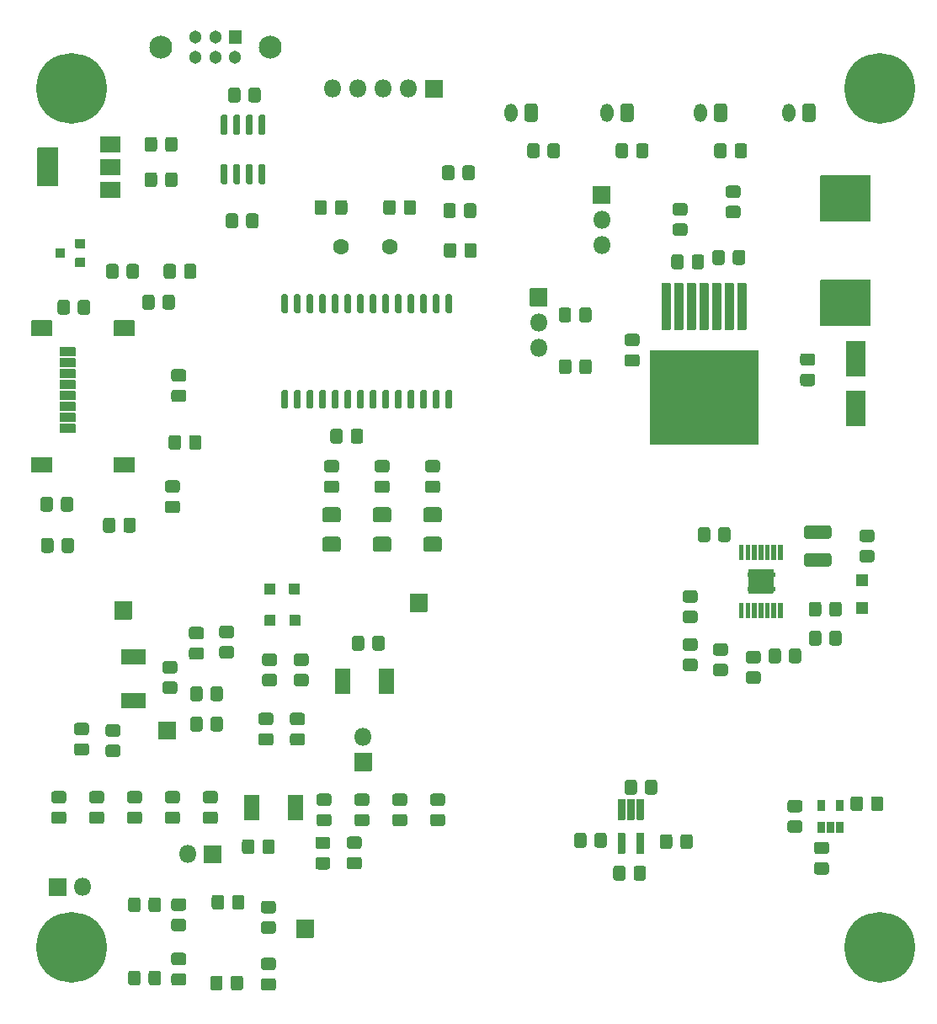
<source format=gbr>
%TF.GenerationSoftware,KiCad,Pcbnew,(5.1.9)-1*%
%TF.CreationDate,2021-06-29T22:39:33-04:00*%
%TF.ProjectId,detector_circuit,64657465-6374-46f7-925f-636972637569,rev?*%
%TF.SameCoordinates,Original*%
%TF.FileFunction,Soldermask,Top*%
%TF.FilePolarity,Negative*%
%FSLAX46Y46*%
G04 Gerber Fmt 4.6, Leading zero omitted, Abs format (unit mm)*
G04 Created by KiCad (PCBNEW (5.1.9)-1) date 2021-06-29 22:39:33*
%MOMM*%
%LPD*%
G01*
G04 APERTURE LIST*
%ADD10C,0.100000*%
%ADD11C,7.101600*%
%ADD12C,2.301600*%
%ADD13C,1.301600*%
%ADD14C,1.601600*%
%ADD15O,1.801600X1.801600*%
%ADD16O,1.301600X1.851600*%
G04 APERTURE END LIST*
D10*
%TO.C,U6*%
G36*
X158282000Y-104690000D02*
G01*
X158182000Y-104690000D01*
X158182000Y-105040000D01*
X158282000Y-105040000D01*
X158282000Y-104690000D01*
G37*
X158282000Y-104690000D02*
X158182000Y-104690000D01*
X158182000Y-105040000D01*
X158282000Y-105040000D01*
X158282000Y-104690000D01*
G36*
X158282000Y-103590000D02*
G01*
X158182000Y-103590000D01*
X158182000Y-103240000D01*
X158282000Y-103240000D01*
X158282000Y-103590000D01*
G37*
X158282000Y-103590000D02*
X158182000Y-103590000D01*
X158182000Y-103240000D01*
X158282000Y-103240000D01*
X158282000Y-103590000D01*
G36*
X160742000Y-103590000D02*
G01*
X160842000Y-103590000D01*
X160842000Y-103240000D01*
X160742000Y-103240000D01*
X160742000Y-103590000D01*
G37*
X160742000Y-103590000D02*
X160842000Y-103590000D01*
X160842000Y-103240000D01*
X160742000Y-103240000D01*
X160742000Y-103590000D01*
G36*
X160742000Y-104690000D02*
G01*
X160842000Y-104690000D01*
X160842000Y-105040000D01*
X160742000Y-105040000D01*
X160742000Y-104690000D01*
G37*
X160742000Y-104690000D02*
X160842000Y-104690000D01*
X160842000Y-105040000D01*
X160742000Y-105040000D01*
X160742000Y-104690000D01*
G36*
X158282000Y-104690000D02*
G01*
X158182000Y-104690000D01*
X158182000Y-105040000D01*
X158282000Y-105040000D01*
X158282000Y-104690000D01*
G37*
X158282000Y-104690000D02*
X158182000Y-104690000D01*
X158182000Y-105040000D01*
X158282000Y-105040000D01*
X158282000Y-104690000D01*
G36*
X158282000Y-103590000D02*
G01*
X158182000Y-103590000D01*
X158182000Y-103240000D01*
X158282000Y-103240000D01*
X158282000Y-103590000D01*
G37*
X158282000Y-103590000D02*
X158182000Y-103590000D01*
X158182000Y-103240000D01*
X158282000Y-103240000D01*
X158282000Y-103590000D01*
G36*
X160742000Y-103590000D02*
G01*
X160842000Y-103590000D01*
X160842000Y-103240000D01*
X160742000Y-103240000D01*
X160742000Y-103590000D01*
G37*
X160742000Y-103590000D02*
X160842000Y-103590000D01*
X160842000Y-103240000D01*
X160742000Y-103240000D01*
X160742000Y-103590000D01*
G36*
X160742000Y-104690000D02*
G01*
X160842000Y-104690000D01*
X160842000Y-105040000D01*
X160742000Y-105040000D01*
X160742000Y-104690000D01*
G37*
X160742000Y-104690000D02*
X160842000Y-104690000D01*
X160842000Y-105040000D01*
X160742000Y-105040000D01*
X160742000Y-104690000D01*
%TD*%
D11*
%TO.C,REF\u002A\u002A*%
X90170000Y-54610000D03*
%TD*%
%TO.C,REF\u002A\u002A*%
X171450000Y-54610000D03*
%TD*%
%TO.C,REF\u002A\u002A*%
X171450000Y-140970000D03*
%TD*%
%TO.C,REF\u002A\u002A*%
X90170000Y-140970000D03*
%TD*%
%TO.C,C13*%
G36*
G01*
X107739600Y-68372915D02*
X107739600Y-67415485D01*
G75*
G02*
X108011685Y-67143400I272085J0D01*
G01*
X108719115Y-67143400D01*
G75*
G02*
X108991200Y-67415485I0J-272085D01*
G01*
X108991200Y-68372915D01*
G75*
G02*
X108719115Y-68645000I-272085J0D01*
G01*
X108011685Y-68645000D01*
G75*
G02*
X107739600Y-68372915I0J272085D01*
G01*
G37*
G36*
G01*
X105689600Y-68372915D02*
X105689600Y-67415485D01*
G75*
G02*
X105961685Y-67143400I272085J0D01*
G01*
X106669115Y-67143400D01*
G75*
G02*
X106941200Y-67415485I0J-272085D01*
G01*
X106941200Y-68372915D01*
G75*
G02*
X106669115Y-68645000I-272085J0D01*
G01*
X105961685Y-68645000D01*
G75*
G02*
X105689600Y-68372915I0J272085D01*
G01*
G37*
%TD*%
%TO.C,U10*%
G36*
G01*
X109171600Y-62155200D02*
X109522400Y-62155200D01*
G75*
G02*
X109697800Y-62330600I0J-175400D01*
G01*
X109697800Y-64031400D01*
G75*
G02*
X109522400Y-64206800I-175400J0D01*
G01*
X109171600Y-64206800D01*
G75*
G02*
X108996200Y-64031400I0J175400D01*
G01*
X108996200Y-62330600D01*
G75*
G02*
X109171600Y-62155200I175400J0D01*
G01*
G37*
G36*
G01*
X107901600Y-62155200D02*
X108252400Y-62155200D01*
G75*
G02*
X108427800Y-62330600I0J-175400D01*
G01*
X108427800Y-64031400D01*
G75*
G02*
X108252400Y-64206800I-175400J0D01*
G01*
X107901600Y-64206800D01*
G75*
G02*
X107726200Y-64031400I0J175400D01*
G01*
X107726200Y-62330600D01*
G75*
G02*
X107901600Y-62155200I175400J0D01*
G01*
G37*
G36*
G01*
X106631600Y-62155200D02*
X106982400Y-62155200D01*
G75*
G02*
X107157800Y-62330600I0J-175400D01*
G01*
X107157800Y-64031400D01*
G75*
G02*
X106982400Y-64206800I-175400J0D01*
G01*
X106631600Y-64206800D01*
G75*
G02*
X106456200Y-64031400I0J175400D01*
G01*
X106456200Y-62330600D01*
G75*
G02*
X106631600Y-62155200I175400J0D01*
G01*
G37*
G36*
G01*
X105361600Y-62155200D02*
X105712400Y-62155200D01*
G75*
G02*
X105887800Y-62330600I0J-175400D01*
G01*
X105887800Y-64031400D01*
G75*
G02*
X105712400Y-64206800I-175400J0D01*
G01*
X105361600Y-64206800D01*
G75*
G02*
X105186200Y-64031400I0J175400D01*
G01*
X105186200Y-62330600D01*
G75*
G02*
X105361600Y-62155200I175400J0D01*
G01*
G37*
G36*
G01*
X105361600Y-57205200D02*
X105712400Y-57205200D01*
G75*
G02*
X105887800Y-57380600I0J-175400D01*
G01*
X105887800Y-59081400D01*
G75*
G02*
X105712400Y-59256800I-175400J0D01*
G01*
X105361600Y-59256800D01*
G75*
G02*
X105186200Y-59081400I0J175400D01*
G01*
X105186200Y-57380600D01*
G75*
G02*
X105361600Y-57205200I175400J0D01*
G01*
G37*
G36*
G01*
X106631600Y-57205200D02*
X106982400Y-57205200D01*
G75*
G02*
X107157800Y-57380600I0J-175400D01*
G01*
X107157800Y-59081400D01*
G75*
G02*
X106982400Y-59256800I-175400J0D01*
G01*
X106631600Y-59256800D01*
G75*
G02*
X106456200Y-59081400I0J175400D01*
G01*
X106456200Y-57380600D01*
G75*
G02*
X106631600Y-57205200I175400J0D01*
G01*
G37*
G36*
G01*
X107901600Y-57205200D02*
X108252400Y-57205200D01*
G75*
G02*
X108427800Y-57380600I0J-175400D01*
G01*
X108427800Y-59081400D01*
G75*
G02*
X108252400Y-59256800I-175400J0D01*
G01*
X107901600Y-59256800D01*
G75*
G02*
X107726200Y-59081400I0J175400D01*
G01*
X107726200Y-57380600D01*
G75*
G02*
X107901600Y-57205200I175400J0D01*
G01*
G37*
G36*
G01*
X109171600Y-57205200D02*
X109522400Y-57205200D01*
G75*
G02*
X109697800Y-57380600I0J-175400D01*
G01*
X109697800Y-59081400D01*
G75*
G02*
X109522400Y-59256800I-175400J0D01*
G01*
X109171600Y-59256800D01*
G75*
G02*
X108996200Y-59081400I0J175400D01*
G01*
X108996200Y-57380600D01*
G75*
G02*
X109171600Y-57205200I175400J0D01*
G01*
G37*
%TD*%
D12*
%TO.C,J10*%
X110148000Y-50419000D03*
X99148000Y-50419000D03*
D13*
X106648000Y-51419000D03*
X104648000Y-51419000D03*
X102648000Y-51419000D03*
X102648000Y-49419000D03*
G36*
G01*
X107298800Y-48819000D02*
X107298800Y-50019000D01*
G75*
G02*
X107248000Y-50069800I-50800J0D01*
G01*
X106048000Y-50069800D01*
G75*
G02*
X105997200Y-50019000I0J50800D01*
G01*
X105997200Y-48819000D01*
G75*
G02*
X106048000Y-48768200I50800J0D01*
G01*
X107248000Y-48768200D01*
G75*
G02*
X107298800Y-48819000I0J-50800D01*
G01*
G37*
X104648000Y-49419000D03*
%TD*%
%TO.C,U3*%
G36*
G01*
X147056000Y-129437200D02*
X147706000Y-129437200D01*
G75*
G02*
X147756800Y-129488000I0J-50800D01*
G01*
X147756800Y-131488000D01*
G75*
G02*
X147706000Y-131538800I-50800J0D01*
G01*
X147056000Y-131538800D01*
G75*
G02*
X147005200Y-131488000I0J50800D01*
G01*
X147005200Y-129488000D01*
G75*
G02*
X147056000Y-129437200I50800J0D01*
G01*
G37*
G36*
G01*
X145156000Y-129437200D02*
X145806000Y-129437200D01*
G75*
G02*
X145856800Y-129488000I0J-50800D01*
G01*
X145856800Y-131488000D01*
G75*
G02*
X145806000Y-131538800I-50800J0D01*
G01*
X145156000Y-131538800D01*
G75*
G02*
X145105200Y-131488000I0J50800D01*
G01*
X145105200Y-129488000D01*
G75*
G02*
X145156000Y-129437200I50800J0D01*
G01*
G37*
G36*
G01*
X145156000Y-126017200D02*
X145806000Y-126017200D01*
G75*
G02*
X145856800Y-126068000I0J-50800D01*
G01*
X145856800Y-128068000D01*
G75*
G02*
X145806000Y-128118800I-50800J0D01*
G01*
X145156000Y-128118800D01*
G75*
G02*
X145105200Y-128068000I0J50800D01*
G01*
X145105200Y-126068000D01*
G75*
G02*
X145156000Y-126017200I50800J0D01*
G01*
G37*
G36*
G01*
X146106000Y-126017200D02*
X146756000Y-126017200D01*
G75*
G02*
X146806800Y-126068000I0J-50800D01*
G01*
X146806800Y-128068000D01*
G75*
G02*
X146756000Y-128118800I-50800J0D01*
G01*
X146106000Y-128118800D01*
G75*
G02*
X146055200Y-128068000I0J50800D01*
G01*
X146055200Y-126068000D01*
G75*
G02*
X146106000Y-126017200I50800J0D01*
G01*
G37*
G36*
G01*
X147056000Y-126017200D02*
X147706000Y-126017200D01*
G75*
G02*
X147756800Y-126068000I0J-50800D01*
G01*
X147756800Y-128068000D01*
G75*
G02*
X147706000Y-128118800I-50800J0D01*
G01*
X147056000Y-128118800D01*
G75*
G02*
X147005200Y-128068000I0J50800D01*
G01*
X147005200Y-126068000D01*
G75*
G02*
X147056000Y-126017200I50800J0D01*
G01*
G37*
%TD*%
%TO.C,U1*%
G36*
G01*
X148397000Y-80910700D02*
X159197000Y-80910700D01*
G75*
G02*
X159247800Y-80961500I0J-50800D01*
G01*
X159247800Y-90361500D01*
G75*
G02*
X159197000Y-90412300I-50800J0D01*
G01*
X148397000Y-90412300D01*
G75*
G02*
X148346200Y-90361500I0J50800D01*
G01*
X148346200Y-80961500D01*
G75*
G02*
X148397000Y-80910700I50800J0D01*
G01*
G37*
G36*
G01*
X149587000Y-74160700D02*
X150387000Y-74160700D01*
G75*
G02*
X150437800Y-74211500I0J-50800D01*
G01*
X150437800Y-78811500D01*
G75*
G02*
X150387000Y-78862300I-50800J0D01*
G01*
X149587000Y-78862300D01*
G75*
G02*
X149536200Y-78811500I0J50800D01*
G01*
X149536200Y-74211500D01*
G75*
G02*
X149587000Y-74160700I50800J0D01*
G01*
G37*
G36*
G01*
X150857000Y-74160700D02*
X151657000Y-74160700D01*
G75*
G02*
X151707800Y-74211500I0J-50800D01*
G01*
X151707800Y-78811500D01*
G75*
G02*
X151657000Y-78862300I-50800J0D01*
G01*
X150857000Y-78862300D01*
G75*
G02*
X150806200Y-78811500I0J50800D01*
G01*
X150806200Y-74211500D01*
G75*
G02*
X150857000Y-74160700I50800J0D01*
G01*
G37*
G36*
G01*
X152127000Y-74160700D02*
X152927000Y-74160700D01*
G75*
G02*
X152977800Y-74211500I0J-50800D01*
G01*
X152977800Y-78811500D01*
G75*
G02*
X152927000Y-78862300I-50800J0D01*
G01*
X152127000Y-78862300D01*
G75*
G02*
X152076200Y-78811500I0J50800D01*
G01*
X152076200Y-74211500D01*
G75*
G02*
X152127000Y-74160700I50800J0D01*
G01*
G37*
G36*
G01*
X153397000Y-74160700D02*
X154197000Y-74160700D01*
G75*
G02*
X154247800Y-74211500I0J-50800D01*
G01*
X154247800Y-78811500D01*
G75*
G02*
X154197000Y-78862300I-50800J0D01*
G01*
X153397000Y-78862300D01*
G75*
G02*
X153346200Y-78811500I0J50800D01*
G01*
X153346200Y-74211500D01*
G75*
G02*
X153397000Y-74160700I50800J0D01*
G01*
G37*
G36*
G01*
X154667000Y-74160700D02*
X155467000Y-74160700D01*
G75*
G02*
X155517800Y-74211500I0J-50800D01*
G01*
X155517800Y-78811500D01*
G75*
G02*
X155467000Y-78862300I-50800J0D01*
G01*
X154667000Y-78862300D01*
G75*
G02*
X154616200Y-78811500I0J50800D01*
G01*
X154616200Y-74211500D01*
G75*
G02*
X154667000Y-74160700I50800J0D01*
G01*
G37*
G36*
G01*
X155937000Y-74160700D02*
X156737000Y-74160700D01*
G75*
G02*
X156787800Y-74211500I0J-50800D01*
G01*
X156787800Y-78811500D01*
G75*
G02*
X156737000Y-78862300I-50800J0D01*
G01*
X155937000Y-78862300D01*
G75*
G02*
X155886200Y-78811500I0J50800D01*
G01*
X155886200Y-74211500D01*
G75*
G02*
X155937000Y-74160700I50800J0D01*
G01*
G37*
G36*
G01*
X157207000Y-74160700D02*
X158007000Y-74160700D01*
G75*
G02*
X158057800Y-74211500I0J-50800D01*
G01*
X158057800Y-78811500D01*
G75*
G02*
X158007000Y-78862300I-50800J0D01*
G01*
X157207000Y-78862300D01*
G75*
G02*
X157156200Y-78811500I0J50800D01*
G01*
X157156200Y-74211500D01*
G75*
G02*
X157207000Y-74160700I50800J0D01*
G01*
G37*
%TD*%
D14*
%TO.C,Y1*%
X117294000Y-70485000D03*
X122174000Y-70485000D03*
%TD*%
%TO.C,J1*%
G36*
G01*
X125769000Y-53709200D02*
X127469000Y-53709200D01*
G75*
G02*
X127519800Y-53760000I0J-50800D01*
G01*
X127519800Y-55460000D01*
G75*
G02*
X127469000Y-55510800I-50800J0D01*
G01*
X125769000Y-55510800D01*
G75*
G02*
X125718200Y-55460000I0J50800D01*
G01*
X125718200Y-53760000D01*
G75*
G02*
X125769000Y-53709200I50800J0D01*
G01*
G37*
D15*
X124079000Y-54610000D03*
X121539000Y-54610000D03*
X118999000Y-54610000D03*
X116459000Y-54610000D03*
%TD*%
%TO.C,C4*%
G36*
G01*
X170579200Y-126970715D02*
X170579200Y-126013285D01*
G75*
G02*
X170851285Y-125741200I272085J0D01*
G01*
X171558715Y-125741200D01*
G75*
G02*
X171830800Y-126013285I0J-272085D01*
G01*
X171830800Y-126970715D01*
G75*
G02*
X171558715Y-127242800I-272085J0D01*
G01*
X170851285Y-127242800D01*
G75*
G02*
X170579200Y-126970715I0J272085D01*
G01*
G37*
G36*
G01*
X168529200Y-126970715D02*
X168529200Y-126013285D01*
G75*
G02*
X168801285Y-125741200I272085J0D01*
G01*
X169508715Y-125741200D01*
G75*
G02*
X169780800Y-126013285I0J-272085D01*
G01*
X169780800Y-126970715D01*
G75*
G02*
X169508715Y-127242800I-272085J0D01*
G01*
X168801285Y-127242800D01*
G75*
G02*
X168529200Y-126970715I0J272085D01*
G01*
G37*
%TD*%
%TO.C,TP15*%
G36*
G01*
X112764200Y-139915000D02*
X112764200Y-138215000D01*
G75*
G02*
X112815000Y-138164200I50800J0D01*
G01*
X114515000Y-138164200D01*
G75*
G02*
X114565800Y-138215000I0J-50800D01*
G01*
X114565800Y-139915000D01*
G75*
G02*
X114515000Y-139965800I-50800J0D01*
G01*
X112815000Y-139965800D01*
G75*
G02*
X112764200Y-139915000I0J50800D01*
G01*
G37*
%TD*%
%TO.C,R26*%
G36*
G01*
X114973285Y-131853200D02*
X115930715Y-131853200D01*
G75*
G02*
X116202800Y-132125285I0J-272085D01*
G01*
X116202800Y-132832715D01*
G75*
G02*
X115930715Y-133104800I-272085J0D01*
G01*
X114973285Y-133104800D01*
G75*
G02*
X114701200Y-132832715I0J272085D01*
G01*
X114701200Y-132125285D01*
G75*
G02*
X114973285Y-131853200I272085J0D01*
G01*
G37*
G36*
G01*
X114973285Y-129803200D02*
X115930715Y-129803200D01*
G75*
G02*
X116202800Y-130075285I0J-272085D01*
G01*
X116202800Y-130782715D01*
G75*
G02*
X115930715Y-131054800I-272085J0D01*
G01*
X114973285Y-131054800D01*
G75*
G02*
X114701200Y-130782715I0J272085D01*
G01*
X114701200Y-130075285D01*
G75*
G02*
X114973285Y-129803200I272085J0D01*
G01*
G37*
%TD*%
%TO.C,R34*%
G36*
G01*
X119096715Y-131045800D02*
X118139285Y-131045800D01*
G75*
G02*
X117867200Y-130773715I0J272085D01*
G01*
X117867200Y-130066285D01*
G75*
G02*
X118139285Y-129794200I272085J0D01*
G01*
X119096715Y-129794200D01*
G75*
G02*
X119368800Y-130066285I0J-272085D01*
G01*
X119368800Y-130773715D01*
G75*
G02*
X119096715Y-131045800I-272085J0D01*
G01*
G37*
G36*
G01*
X119096715Y-133095800D02*
X118139285Y-133095800D01*
G75*
G02*
X117867200Y-132823715I0J272085D01*
G01*
X117867200Y-132116285D01*
G75*
G02*
X118139285Y-131844200I272085J0D01*
G01*
X119096715Y-131844200D01*
G75*
G02*
X119368800Y-132116285I0J-272085D01*
G01*
X119368800Y-132823715D01*
G75*
G02*
X119096715Y-133095800I-272085J0D01*
G01*
G37*
%TD*%
%TO.C,JP1*%
X119507000Y-119761000D03*
G36*
G01*
X120407800Y-121451000D02*
X120407800Y-123151000D01*
G75*
G02*
X120357000Y-123201800I-50800J0D01*
G01*
X118657000Y-123201800D01*
G75*
G02*
X118606200Y-123151000I0J50800D01*
G01*
X118606200Y-121451000D01*
G75*
G02*
X118657000Y-121400200I50800J0D01*
G01*
X120357000Y-121400200D01*
G75*
G02*
X120407800Y-121451000I0J-50800D01*
G01*
G37*
%TD*%
%TO.C,R39*%
G36*
G01*
X109630285Y-113438200D02*
X110587715Y-113438200D01*
G75*
G02*
X110859800Y-113710285I0J-272085D01*
G01*
X110859800Y-114417715D01*
G75*
G02*
X110587715Y-114689800I-272085J0D01*
G01*
X109630285Y-114689800D01*
G75*
G02*
X109358200Y-114417715I0J272085D01*
G01*
X109358200Y-113710285D01*
G75*
G02*
X109630285Y-113438200I272085J0D01*
G01*
G37*
G36*
G01*
X109630285Y-111388200D02*
X110587715Y-111388200D01*
G75*
G02*
X110859800Y-111660285I0J-272085D01*
G01*
X110859800Y-112367715D01*
G75*
G02*
X110587715Y-112639800I-272085J0D01*
G01*
X109630285Y-112639800D01*
G75*
G02*
X109358200Y-112367715I0J272085D01*
G01*
X109358200Y-111660285D01*
G75*
G02*
X109630285Y-111388200I272085J0D01*
G01*
G37*
%TD*%
%TO.C,C32*%
G36*
G01*
X97127800Y-136173285D02*
X97127800Y-137130715D01*
G75*
G02*
X96855715Y-137402800I-272085J0D01*
G01*
X96148285Y-137402800D01*
G75*
G02*
X95876200Y-137130715I0J272085D01*
G01*
X95876200Y-136173285D01*
G75*
G02*
X96148285Y-135901200I272085J0D01*
G01*
X96855715Y-135901200D01*
G75*
G02*
X97127800Y-136173285I0J-272085D01*
G01*
G37*
G36*
G01*
X99177800Y-136173285D02*
X99177800Y-137130715D01*
G75*
G02*
X98905715Y-137402800I-272085J0D01*
G01*
X98198285Y-137402800D01*
G75*
G02*
X97926200Y-137130715I0J272085D01*
G01*
X97926200Y-136173285D01*
G75*
G02*
X98198285Y-135901200I272085J0D01*
G01*
X98905715Y-135901200D01*
G75*
G02*
X99177800Y-136173285I0J-272085D01*
G01*
G37*
%TD*%
%TO.C,R19*%
G36*
G01*
X101999200Y-90648715D02*
X101999200Y-89691285D01*
G75*
G02*
X102271285Y-89419200I272085J0D01*
G01*
X102978715Y-89419200D01*
G75*
G02*
X103250800Y-89691285I0J-272085D01*
G01*
X103250800Y-90648715D01*
G75*
G02*
X102978715Y-90920800I-272085J0D01*
G01*
X102271285Y-90920800D01*
G75*
G02*
X101999200Y-90648715I0J272085D01*
G01*
G37*
G36*
G01*
X99949200Y-90648715D02*
X99949200Y-89691285D01*
G75*
G02*
X100221285Y-89419200I272085J0D01*
G01*
X100928715Y-89419200D01*
G75*
G02*
X101200800Y-89691285I0J-272085D01*
G01*
X101200800Y-90648715D01*
G75*
G02*
X100928715Y-90920800I-272085J0D01*
G01*
X100221285Y-90920800D01*
G75*
G02*
X99949200Y-90648715I0J272085D01*
G01*
G37*
%TD*%
%TO.C,L2*%
G36*
G01*
X170571800Y-63386500D02*
X170571800Y-67886500D01*
G75*
G02*
X170521000Y-67937300I-50800J0D01*
G01*
X165521000Y-67937300D01*
G75*
G02*
X165470200Y-67886500I0J50800D01*
G01*
X165470200Y-63386500D01*
G75*
G02*
X165521000Y-63335700I50800J0D01*
G01*
X170521000Y-63335700D01*
G75*
G02*
X170571800Y-63386500I0J-50800D01*
G01*
G37*
G36*
G01*
X170571800Y-73886500D02*
X170571800Y-78386500D01*
G75*
G02*
X170521000Y-78437300I-50800J0D01*
G01*
X165521000Y-78437300D01*
G75*
G02*
X165470200Y-78386500I0J50800D01*
G01*
X165470200Y-73886500D01*
G75*
G02*
X165521000Y-73835700I50800J0D01*
G01*
X170521000Y-73835700D01*
G75*
G02*
X170571800Y-73886500I0J-50800D01*
G01*
G37*
%TD*%
%TO.C,C27*%
G36*
G01*
X93882285Y-120550200D02*
X94839715Y-120550200D01*
G75*
G02*
X95111800Y-120822285I0J-272085D01*
G01*
X95111800Y-121529715D01*
G75*
G02*
X94839715Y-121801800I-272085J0D01*
G01*
X93882285Y-121801800D01*
G75*
G02*
X93610200Y-121529715I0J272085D01*
G01*
X93610200Y-120822285D01*
G75*
G02*
X93882285Y-120550200I272085J0D01*
G01*
G37*
G36*
G01*
X93882285Y-118500200D02*
X94839715Y-118500200D01*
G75*
G02*
X95111800Y-118772285I0J-272085D01*
G01*
X95111800Y-119479715D01*
G75*
G02*
X94839715Y-119751800I-272085J0D01*
G01*
X93882285Y-119751800D01*
G75*
G02*
X93610200Y-119479715I0J272085D01*
G01*
X93610200Y-118772285D01*
G75*
G02*
X93882285Y-118500200I272085J0D01*
G01*
G37*
%TD*%
%TO.C,U12*%
G36*
G01*
X111914200Y-126123000D02*
X111914200Y-125673000D01*
G75*
G02*
X111965000Y-125622200I50800J0D01*
G01*
X113415000Y-125622200D01*
G75*
G02*
X113465800Y-125673000I0J-50800D01*
G01*
X113465800Y-126123000D01*
G75*
G02*
X113415000Y-126173800I-50800J0D01*
G01*
X111965000Y-126173800D01*
G75*
G02*
X111914200Y-126123000I0J50800D01*
G01*
G37*
G36*
G01*
X111914200Y-126773000D02*
X111914200Y-126323000D01*
G75*
G02*
X111965000Y-126272200I50800J0D01*
G01*
X113415000Y-126272200D01*
G75*
G02*
X113465800Y-126323000I0J-50800D01*
G01*
X113465800Y-126773000D01*
G75*
G02*
X113415000Y-126823800I-50800J0D01*
G01*
X111965000Y-126823800D01*
G75*
G02*
X111914200Y-126773000I0J50800D01*
G01*
G37*
G36*
G01*
X111914200Y-127423000D02*
X111914200Y-126973000D01*
G75*
G02*
X111965000Y-126922200I50800J0D01*
G01*
X113415000Y-126922200D01*
G75*
G02*
X113465800Y-126973000I0J-50800D01*
G01*
X113465800Y-127423000D01*
G75*
G02*
X113415000Y-127473800I-50800J0D01*
G01*
X111965000Y-127473800D01*
G75*
G02*
X111914200Y-127423000I0J50800D01*
G01*
G37*
G36*
G01*
X111914200Y-128073000D02*
X111914200Y-127623000D01*
G75*
G02*
X111965000Y-127572200I50800J0D01*
G01*
X113415000Y-127572200D01*
G75*
G02*
X113465800Y-127623000I0J-50800D01*
G01*
X113465800Y-128073000D01*
G75*
G02*
X113415000Y-128123800I-50800J0D01*
G01*
X111965000Y-128123800D01*
G75*
G02*
X111914200Y-128073000I0J50800D01*
G01*
G37*
G36*
G01*
X107514200Y-128073000D02*
X107514200Y-127623000D01*
G75*
G02*
X107565000Y-127572200I50800J0D01*
G01*
X109015000Y-127572200D01*
G75*
G02*
X109065800Y-127623000I0J-50800D01*
G01*
X109065800Y-128073000D01*
G75*
G02*
X109015000Y-128123800I-50800J0D01*
G01*
X107565000Y-128123800D01*
G75*
G02*
X107514200Y-128073000I0J50800D01*
G01*
G37*
G36*
G01*
X107514200Y-127423000D02*
X107514200Y-126973000D01*
G75*
G02*
X107565000Y-126922200I50800J0D01*
G01*
X109015000Y-126922200D01*
G75*
G02*
X109065800Y-126973000I0J-50800D01*
G01*
X109065800Y-127423000D01*
G75*
G02*
X109015000Y-127473800I-50800J0D01*
G01*
X107565000Y-127473800D01*
G75*
G02*
X107514200Y-127423000I0J50800D01*
G01*
G37*
G36*
G01*
X107514200Y-126773000D02*
X107514200Y-126323000D01*
G75*
G02*
X107565000Y-126272200I50800J0D01*
G01*
X109015000Y-126272200D01*
G75*
G02*
X109065800Y-126323000I0J-50800D01*
G01*
X109065800Y-126773000D01*
G75*
G02*
X109015000Y-126823800I-50800J0D01*
G01*
X107565000Y-126823800D01*
G75*
G02*
X107514200Y-126773000I0J50800D01*
G01*
G37*
G36*
G01*
X107514200Y-126123000D02*
X107514200Y-125673000D01*
G75*
G02*
X107565000Y-125622200I50800J0D01*
G01*
X109015000Y-125622200D01*
G75*
G02*
X109065800Y-125673000I0J-50800D01*
G01*
X109065800Y-126123000D01*
G75*
G02*
X109015000Y-126173800I-50800J0D01*
G01*
X107565000Y-126173800D01*
G75*
G02*
X107514200Y-126123000I0J50800D01*
G01*
G37*
%TD*%
%TO.C,R2*%
G36*
G01*
X150905285Y-68153700D02*
X151862715Y-68153700D01*
G75*
G02*
X152134800Y-68425785I0J-272085D01*
G01*
X152134800Y-69133215D01*
G75*
G02*
X151862715Y-69405300I-272085J0D01*
G01*
X150905285Y-69405300D01*
G75*
G02*
X150633200Y-69133215I0J272085D01*
G01*
X150633200Y-68425785D01*
G75*
G02*
X150905285Y-68153700I272085J0D01*
G01*
G37*
G36*
G01*
X150905285Y-66103700D02*
X151862715Y-66103700D01*
G75*
G02*
X152134800Y-66375785I0J-272085D01*
G01*
X152134800Y-67083215D01*
G75*
G02*
X151862715Y-67355300I-272085J0D01*
G01*
X150905285Y-67355300D01*
G75*
G02*
X150633200Y-67083215I0J272085D01*
G01*
X150633200Y-66375785D01*
G75*
G02*
X150905285Y-66103700I272085J0D01*
G01*
G37*
%TD*%
%TO.C,C37*%
G36*
G01*
X109249285Y-119398200D02*
X110206715Y-119398200D01*
G75*
G02*
X110478800Y-119670285I0J-272085D01*
G01*
X110478800Y-120377715D01*
G75*
G02*
X110206715Y-120649800I-272085J0D01*
G01*
X109249285Y-120649800D01*
G75*
G02*
X108977200Y-120377715I0J272085D01*
G01*
X108977200Y-119670285D01*
G75*
G02*
X109249285Y-119398200I272085J0D01*
G01*
G37*
G36*
G01*
X109249285Y-117348200D02*
X110206715Y-117348200D01*
G75*
G02*
X110478800Y-117620285I0J-272085D01*
G01*
X110478800Y-118327715D01*
G75*
G02*
X110206715Y-118599800I-272085J0D01*
G01*
X109249285Y-118599800D01*
G75*
G02*
X108977200Y-118327715I0J272085D01*
G01*
X108977200Y-117620285D01*
G75*
G02*
X109249285Y-117348200I272085J0D01*
G01*
G37*
%TD*%
%TO.C,R42*%
G36*
G01*
X90707285Y-120405200D02*
X91664715Y-120405200D01*
G75*
G02*
X91936800Y-120677285I0J-272085D01*
G01*
X91936800Y-121384715D01*
G75*
G02*
X91664715Y-121656800I-272085J0D01*
G01*
X90707285Y-121656800D01*
G75*
G02*
X90435200Y-121384715I0J272085D01*
G01*
X90435200Y-120677285D01*
G75*
G02*
X90707285Y-120405200I272085J0D01*
G01*
G37*
G36*
G01*
X90707285Y-118355200D02*
X91664715Y-118355200D01*
G75*
G02*
X91936800Y-118627285I0J-272085D01*
G01*
X91936800Y-119334715D01*
G75*
G02*
X91664715Y-119606800I-272085J0D01*
G01*
X90707285Y-119606800D01*
G75*
G02*
X90435200Y-119334715I0J272085D01*
G01*
X90435200Y-118627285D01*
G75*
G02*
X90707285Y-118355200I272085J0D01*
G01*
G37*
%TD*%
%TO.C,C35*%
G36*
G01*
X108575800Y-130331285D02*
X108575800Y-131288715D01*
G75*
G02*
X108303715Y-131560800I-272085J0D01*
G01*
X107596285Y-131560800D01*
G75*
G02*
X107324200Y-131288715I0J272085D01*
G01*
X107324200Y-130331285D01*
G75*
G02*
X107596285Y-130059200I272085J0D01*
G01*
X108303715Y-130059200D01*
G75*
G02*
X108575800Y-130331285I0J-272085D01*
G01*
G37*
G36*
G01*
X110625800Y-130331285D02*
X110625800Y-131288715D01*
G75*
G02*
X110353715Y-131560800I-272085J0D01*
G01*
X109646285Y-131560800D01*
G75*
G02*
X109374200Y-131288715I0J272085D01*
G01*
X109374200Y-130331285D01*
G75*
G02*
X109646285Y-130059200I272085J0D01*
G01*
X110353715Y-130059200D01*
G75*
G02*
X110625800Y-130331285I0J-272085D01*
G01*
G37*
%TD*%
%TO.C,D7*%
G36*
G01*
X168137000Y-84963700D02*
X169937000Y-84963700D01*
G75*
G02*
X169987800Y-85014500I0J-50800D01*
G01*
X169987800Y-88514500D01*
G75*
G02*
X169937000Y-88565300I-50800J0D01*
G01*
X168137000Y-88565300D01*
G75*
G02*
X168086200Y-88514500I0J50800D01*
G01*
X168086200Y-85014500D01*
G75*
G02*
X168137000Y-84963700I50800J0D01*
G01*
G37*
G36*
G01*
X168137000Y-79963700D02*
X169937000Y-79963700D01*
G75*
G02*
X169987800Y-80014500I0J-50800D01*
G01*
X169987800Y-83514500D01*
G75*
G02*
X169937000Y-83565300I-50800J0D01*
G01*
X168137000Y-83565300D01*
G75*
G02*
X168086200Y-83514500I0J50800D01*
G01*
X168086200Y-80014500D01*
G75*
G02*
X168137000Y-79963700I50800J0D01*
G01*
G37*
%TD*%
D16*
%TO.C,J6*%
X162338000Y-57023000D03*
G36*
G01*
X164988800Y-56368365D02*
X164988800Y-57677635D01*
G75*
G02*
X164717635Y-57948800I-271165J0D01*
G01*
X163958365Y-57948800D01*
G75*
G02*
X163687200Y-57677635I0J271165D01*
G01*
X163687200Y-56368365D01*
G75*
G02*
X163958365Y-56097200I271165J0D01*
G01*
X164717635Y-56097200D01*
G75*
G02*
X164988800Y-56368365I0J-271165D01*
G01*
G37*
%TD*%
%TO.C,J5*%
X153448000Y-57023000D03*
G36*
G01*
X156098800Y-56368365D02*
X156098800Y-57677635D01*
G75*
G02*
X155827635Y-57948800I-271165J0D01*
G01*
X155068365Y-57948800D01*
G75*
G02*
X154797200Y-57677635I0J271165D01*
G01*
X154797200Y-56368365D01*
G75*
G02*
X155068365Y-56097200I271165J0D01*
G01*
X155827635Y-56097200D01*
G75*
G02*
X156098800Y-56368365I0J-271165D01*
G01*
G37*
%TD*%
%TO.C,J4*%
X144050000Y-57023000D03*
G36*
G01*
X146700800Y-56368365D02*
X146700800Y-57677635D01*
G75*
G02*
X146429635Y-57948800I-271165J0D01*
G01*
X145670365Y-57948800D01*
G75*
G02*
X145399200Y-57677635I0J271165D01*
G01*
X145399200Y-56368365D01*
G75*
G02*
X145670365Y-56097200I271165J0D01*
G01*
X146429635Y-56097200D01*
G75*
G02*
X146700800Y-56368365I0J-271165D01*
G01*
G37*
%TD*%
%TO.C,J3*%
X134398000Y-57023000D03*
G36*
G01*
X137048800Y-56368365D02*
X137048800Y-57677635D01*
G75*
G02*
X136777635Y-57948800I-271165J0D01*
G01*
X136018365Y-57948800D01*
G75*
G02*
X135747200Y-57677635I0J271165D01*
G01*
X135747200Y-56368365D01*
G75*
G02*
X136018365Y-56097200I271165J0D01*
G01*
X136777635Y-56097200D01*
G75*
G02*
X137048800Y-56368365I0J-271165D01*
G01*
G37*
%TD*%
%TO.C,U6*%
G36*
G01*
X161284234Y-100431600D02*
X161639834Y-100431600D01*
G75*
G02*
X161690634Y-100482400I0J-50800D01*
G01*
X161690634Y-101955600D01*
G75*
G02*
X161639834Y-102006400I-50800J0D01*
G01*
X161284234Y-102006400D01*
G75*
G02*
X161233434Y-101955600I0J50800D01*
G01*
X161233434Y-100482400D01*
G75*
G02*
X161284234Y-100431600I50800J0D01*
G01*
G37*
G36*
G01*
X160634223Y-100431600D02*
X160989823Y-100431600D01*
G75*
G02*
X161040623Y-100482400I0J-50800D01*
G01*
X161040623Y-101955600D01*
G75*
G02*
X160989823Y-102006400I-50800J0D01*
G01*
X160634223Y-102006400D01*
G75*
G02*
X160583423Y-101955600I0J50800D01*
G01*
X160583423Y-100482400D01*
G75*
G02*
X160634223Y-100431600I50800J0D01*
G01*
G37*
G36*
G01*
X159984211Y-100431600D02*
X160339811Y-100431600D01*
G75*
G02*
X160390611Y-100482400I0J-50800D01*
G01*
X160390611Y-101955600D01*
G75*
G02*
X160339811Y-102006400I-50800J0D01*
G01*
X159984211Y-102006400D01*
G75*
G02*
X159933411Y-101955600I0J50800D01*
G01*
X159933411Y-100482400D01*
G75*
G02*
X159984211Y-100431600I50800J0D01*
G01*
G37*
G36*
G01*
X159334200Y-100431600D02*
X159689800Y-100431600D01*
G75*
G02*
X159740600Y-100482400I0J-50800D01*
G01*
X159740600Y-101955600D01*
G75*
G02*
X159689800Y-102006400I-50800J0D01*
G01*
X159334200Y-102006400D01*
G75*
G02*
X159283400Y-101955600I0J50800D01*
G01*
X159283400Y-100482400D01*
G75*
G02*
X159334200Y-100431600I50800J0D01*
G01*
G37*
G36*
G01*
X158684189Y-100431600D02*
X159039789Y-100431600D01*
G75*
G02*
X159090589Y-100482400I0J-50800D01*
G01*
X159090589Y-101955600D01*
G75*
G02*
X159039789Y-102006400I-50800J0D01*
G01*
X158684189Y-102006400D01*
G75*
G02*
X158633389Y-101955600I0J50800D01*
G01*
X158633389Y-100482400D01*
G75*
G02*
X158684189Y-100431600I50800J0D01*
G01*
G37*
G36*
G01*
X158034177Y-100431600D02*
X158389777Y-100431600D01*
G75*
G02*
X158440577Y-100482400I0J-50800D01*
G01*
X158440577Y-101955600D01*
G75*
G02*
X158389777Y-102006400I-50800J0D01*
G01*
X158034177Y-102006400D01*
G75*
G02*
X157983377Y-101955600I0J50800D01*
G01*
X157983377Y-100482400D01*
G75*
G02*
X158034177Y-100431600I50800J0D01*
G01*
G37*
G36*
G01*
X157384166Y-100431600D02*
X157739766Y-100431600D01*
G75*
G02*
X157790566Y-100482400I0J-50800D01*
G01*
X157790566Y-101955600D01*
G75*
G02*
X157739766Y-102006400I-50800J0D01*
G01*
X157384166Y-102006400D01*
G75*
G02*
X157333366Y-101955600I0J50800D01*
G01*
X157333366Y-100482400D01*
G75*
G02*
X157384166Y-100431600I50800J0D01*
G01*
G37*
G36*
G01*
X157384166Y-106273600D02*
X157739766Y-106273600D01*
G75*
G02*
X157790566Y-106324400I0J-50800D01*
G01*
X157790566Y-107797600D01*
G75*
G02*
X157739766Y-107848400I-50800J0D01*
G01*
X157384166Y-107848400D01*
G75*
G02*
X157333366Y-107797600I0J50800D01*
G01*
X157333366Y-106324400D01*
G75*
G02*
X157384166Y-106273600I50800J0D01*
G01*
G37*
G36*
G01*
X158034177Y-106273600D02*
X158389777Y-106273600D01*
G75*
G02*
X158440577Y-106324400I0J-50800D01*
G01*
X158440577Y-107797600D01*
G75*
G02*
X158389777Y-107848400I-50800J0D01*
G01*
X158034177Y-107848400D01*
G75*
G02*
X157983377Y-107797600I0J50800D01*
G01*
X157983377Y-106324400D01*
G75*
G02*
X158034177Y-106273600I50800J0D01*
G01*
G37*
G36*
G01*
X158684189Y-106273600D02*
X159039789Y-106273600D01*
G75*
G02*
X159090589Y-106324400I0J-50800D01*
G01*
X159090589Y-107797600D01*
G75*
G02*
X159039789Y-107848400I-50800J0D01*
G01*
X158684189Y-107848400D01*
G75*
G02*
X158633389Y-107797600I0J50800D01*
G01*
X158633389Y-106324400D01*
G75*
G02*
X158684189Y-106273600I50800J0D01*
G01*
G37*
G36*
G01*
X159334200Y-106273600D02*
X159689800Y-106273600D01*
G75*
G02*
X159740600Y-106324400I0J-50800D01*
G01*
X159740600Y-107797600D01*
G75*
G02*
X159689800Y-107848400I-50800J0D01*
G01*
X159334200Y-107848400D01*
G75*
G02*
X159283400Y-107797600I0J50800D01*
G01*
X159283400Y-106324400D01*
G75*
G02*
X159334200Y-106273600I50800J0D01*
G01*
G37*
G36*
G01*
X159984211Y-106273600D02*
X160339811Y-106273600D01*
G75*
G02*
X160390611Y-106324400I0J-50800D01*
G01*
X160390611Y-107797600D01*
G75*
G02*
X160339811Y-107848400I-50800J0D01*
G01*
X159984211Y-107848400D01*
G75*
G02*
X159933411Y-107797600I0J50800D01*
G01*
X159933411Y-106324400D01*
G75*
G02*
X159984211Y-106273600I50800J0D01*
G01*
G37*
G36*
G01*
X160634223Y-106273600D02*
X160989823Y-106273600D01*
G75*
G02*
X161040623Y-106324400I0J-50800D01*
G01*
X161040623Y-107797600D01*
G75*
G02*
X160989823Y-107848400I-50800J0D01*
G01*
X160634223Y-107848400D01*
G75*
G02*
X160583423Y-107797600I0J50800D01*
G01*
X160583423Y-106324400D01*
G75*
G02*
X160634223Y-106273600I50800J0D01*
G01*
G37*
G36*
G01*
X161284234Y-106273600D02*
X161639834Y-106273600D01*
G75*
G02*
X161690634Y-106324400I0J-50800D01*
G01*
X161690634Y-107797600D01*
G75*
G02*
X161639834Y-107848400I-50800J0D01*
G01*
X161284234Y-107848400D01*
G75*
G02*
X161233434Y-107797600I0J50800D01*
G01*
X161233434Y-106324400D01*
G75*
G02*
X161284234Y-106273600I50800J0D01*
G01*
G37*
G36*
G01*
X158282000Y-102934200D02*
X160742000Y-102934200D01*
G75*
G02*
X160792800Y-102985000I0J-50800D01*
G01*
X160792800Y-105295000D01*
G75*
G02*
X160742000Y-105345800I-50800J0D01*
G01*
X158282000Y-105345800D01*
G75*
G02*
X158231200Y-105295000I0J50800D01*
G01*
X158231200Y-102985000D01*
G75*
G02*
X158282000Y-102934200I50800J0D01*
G01*
G37*
%TD*%
%TO.C,R41*%
G36*
G01*
X152545200Y-72487715D02*
X152545200Y-71530285D01*
G75*
G02*
X152817285Y-71258200I272085J0D01*
G01*
X153524715Y-71258200D01*
G75*
G02*
X153796800Y-71530285I0J-272085D01*
G01*
X153796800Y-72487715D01*
G75*
G02*
X153524715Y-72759800I-272085J0D01*
G01*
X152817285Y-72759800D01*
G75*
G02*
X152545200Y-72487715I0J272085D01*
G01*
G37*
G36*
G01*
X150495200Y-72487715D02*
X150495200Y-71530285D01*
G75*
G02*
X150767285Y-71258200I272085J0D01*
G01*
X151474715Y-71258200D01*
G75*
G02*
X151746800Y-71530285I0J-272085D01*
G01*
X151746800Y-72487715D01*
G75*
G02*
X151474715Y-72759800I-272085J0D01*
G01*
X150767285Y-72759800D01*
G75*
G02*
X150495200Y-72487715I0J272085D01*
G01*
G37*
%TD*%
%TO.C,L1*%
G36*
G01*
X166332480Y-99859800D02*
X164121520Y-99859800D01*
G75*
G02*
X163851200Y-99589480I0J270320D01*
G01*
X163851200Y-98778520D01*
G75*
G02*
X164121520Y-98508200I270320J0D01*
G01*
X166332480Y-98508200D01*
G75*
G02*
X166602800Y-98778520I0J-270320D01*
G01*
X166602800Y-99589480D01*
G75*
G02*
X166332480Y-99859800I-270320J0D01*
G01*
G37*
G36*
G01*
X166332480Y-102659800D02*
X164121520Y-102659800D01*
G75*
G02*
X163851200Y-102389480I0J270320D01*
G01*
X163851200Y-101578520D01*
G75*
G02*
X164121520Y-101308200I270320J0D01*
G01*
X166332480Y-101308200D01*
G75*
G02*
X166602800Y-101578520I0J-270320D01*
G01*
X166602800Y-102389480D01*
G75*
G02*
X166332480Y-102659800I-270320J0D01*
G01*
G37*
%TD*%
%TO.C,C26*%
G36*
G01*
X156239285Y-66384700D02*
X157196715Y-66384700D01*
G75*
G02*
X157468800Y-66656785I0J-272085D01*
G01*
X157468800Y-67364215D01*
G75*
G02*
X157196715Y-67636300I-272085J0D01*
G01*
X156239285Y-67636300D01*
G75*
G02*
X155967200Y-67364215I0J272085D01*
G01*
X155967200Y-66656785D01*
G75*
G02*
X156239285Y-66384700I272085J0D01*
G01*
G37*
G36*
G01*
X156239285Y-64334700D02*
X157196715Y-64334700D01*
G75*
G02*
X157468800Y-64606785I0J-272085D01*
G01*
X157468800Y-65314215D01*
G75*
G02*
X157196715Y-65586300I-272085J0D01*
G01*
X156239285Y-65586300D01*
G75*
G02*
X155967200Y-65314215I0J272085D01*
G01*
X155967200Y-64606785D01*
G75*
G02*
X156239285Y-64334700I272085J0D01*
G01*
G37*
%TD*%
%TO.C,C25*%
G36*
G01*
X155883300Y-71085785D02*
X155883300Y-72043215D01*
G75*
G02*
X155611215Y-72315300I-272085J0D01*
G01*
X154903785Y-72315300D01*
G75*
G02*
X154631700Y-72043215I0J272085D01*
G01*
X154631700Y-71085785D01*
G75*
G02*
X154903785Y-70813700I272085J0D01*
G01*
X155611215Y-70813700D01*
G75*
G02*
X155883300Y-71085785I0J-272085D01*
G01*
G37*
G36*
G01*
X157933300Y-71085785D02*
X157933300Y-72043215D01*
G75*
G02*
X157661215Y-72315300I-272085J0D01*
G01*
X156953785Y-72315300D01*
G75*
G02*
X156681700Y-72043215I0J272085D01*
G01*
X156681700Y-71085785D01*
G75*
G02*
X156953785Y-70813700I272085J0D01*
G01*
X157661215Y-70813700D01*
G75*
G02*
X157933300Y-71085785I0J-272085D01*
G01*
G37*
%TD*%
%TO.C,C24*%
G36*
G01*
X163732285Y-83257700D02*
X164689715Y-83257700D01*
G75*
G02*
X164961800Y-83529785I0J-272085D01*
G01*
X164961800Y-84237215D01*
G75*
G02*
X164689715Y-84509300I-272085J0D01*
G01*
X163732285Y-84509300D01*
G75*
G02*
X163460200Y-84237215I0J272085D01*
G01*
X163460200Y-83529785D01*
G75*
G02*
X163732285Y-83257700I272085J0D01*
G01*
G37*
G36*
G01*
X163732285Y-81207700D02*
X164689715Y-81207700D01*
G75*
G02*
X164961800Y-81479785I0J-272085D01*
G01*
X164961800Y-82187215D01*
G75*
G02*
X164689715Y-82459300I-272085J0D01*
G01*
X163732285Y-82459300D01*
G75*
G02*
X163460200Y-82187215I0J272085D01*
G01*
X163460200Y-81479785D01*
G75*
G02*
X163732285Y-81207700I272085J0D01*
G01*
G37*
%TD*%
%TO.C,C22*%
G36*
G01*
X146079285Y-81298200D02*
X147036715Y-81298200D01*
G75*
G02*
X147308800Y-81570285I0J-272085D01*
G01*
X147308800Y-82277715D01*
G75*
G02*
X147036715Y-82549800I-272085J0D01*
G01*
X146079285Y-82549800D01*
G75*
G02*
X145807200Y-82277715I0J272085D01*
G01*
X145807200Y-81570285D01*
G75*
G02*
X146079285Y-81298200I272085J0D01*
G01*
G37*
G36*
G01*
X146079285Y-79248200D02*
X147036715Y-79248200D01*
G75*
G02*
X147308800Y-79520285I0J-272085D01*
G01*
X147308800Y-80227715D01*
G75*
G02*
X147036715Y-80499800I-272085J0D01*
G01*
X146079285Y-80499800D01*
G75*
G02*
X145807200Y-80227715I0J272085D01*
G01*
X145807200Y-79520285D01*
G75*
G02*
X146079285Y-79248200I272085J0D01*
G01*
G37*
%TD*%
D15*
%TO.C,J9*%
X101854000Y-131572000D03*
G36*
G01*
X103544000Y-130671200D02*
X105244000Y-130671200D01*
G75*
G02*
X105294800Y-130722000I0J-50800D01*
G01*
X105294800Y-132422000D01*
G75*
G02*
X105244000Y-132472800I-50800J0D01*
G01*
X103544000Y-132472800D01*
G75*
G02*
X103493200Y-132422000I0J50800D01*
G01*
X103493200Y-130722000D01*
G75*
G02*
X103544000Y-130671200I50800J0D01*
G01*
G37*
%TD*%
%TO.C,TP2*%
G36*
G01*
X96277800Y-106211000D02*
X96277800Y-107911000D01*
G75*
G02*
X96227000Y-107961800I-50800J0D01*
G01*
X94527000Y-107961800D01*
G75*
G02*
X94476200Y-107911000I0J50800D01*
G01*
X94476200Y-106211000D01*
G75*
G02*
X94527000Y-106160200I50800J0D01*
G01*
X96227000Y-106160200D01*
G75*
G02*
X96277800Y-106211000I0J-50800D01*
G01*
G37*
%TD*%
%TO.C,U5*%
G36*
G01*
X127967600Y-84875200D02*
X128318400Y-84875200D01*
G75*
G02*
X128493800Y-85050600I0J-175400D01*
G01*
X128493800Y-86601400D01*
G75*
G02*
X128318400Y-86776800I-175400J0D01*
G01*
X127967600Y-86776800D01*
G75*
G02*
X127792200Y-86601400I0J175400D01*
G01*
X127792200Y-85050600D01*
G75*
G02*
X127967600Y-84875200I175400J0D01*
G01*
G37*
G36*
G01*
X126697600Y-84875200D02*
X127048400Y-84875200D01*
G75*
G02*
X127223800Y-85050600I0J-175400D01*
G01*
X127223800Y-86601400D01*
G75*
G02*
X127048400Y-86776800I-175400J0D01*
G01*
X126697600Y-86776800D01*
G75*
G02*
X126522200Y-86601400I0J175400D01*
G01*
X126522200Y-85050600D01*
G75*
G02*
X126697600Y-84875200I175400J0D01*
G01*
G37*
G36*
G01*
X125427600Y-84875200D02*
X125778400Y-84875200D01*
G75*
G02*
X125953800Y-85050600I0J-175400D01*
G01*
X125953800Y-86601400D01*
G75*
G02*
X125778400Y-86776800I-175400J0D01*
G01*
X125427600Y-86776800D01*
G75*
G02*
X125252200Y-86601400I0J175400D01*
G01*
X125252200Y-85050600D01*
G75*
G02*
X125427600Y-84875200I175400J0D01*
G01*
G37*
G36*
G01*
X124157600Y-84875200D02*
X124508400Y-84875200D01*
G75*
G02*
X124683800Y-85050600I0J-175400D01*
G01*
X124683800Y-86601400D01*
G75*
G02*
X124508400Y-86776800I-175400J0D01*
G01*
X124157600Y-86776800D01*
G75*
G02*
X123982200Y-86601400I0J175400D01*
G01*
X123982200Y-85050600D01*
G75*
G02*
X124157600Y-84875200I175400J0D01*
G01*
G37*
G36*
G01*
X122887600Y-84875200D02*
X123238400Y-84875200D01*
G75*
G02*
X123413800Y-85050600I0J-175400D01*
G01*
X123413800Y-86601400D01*
G75*
G02*
X123238400Y-86776800I-175400J0D01*
G01*
X122887600Y-86776800D01*
G75*
G02*
X122712200Y-86601400I0J175400D01*
G01*
X122712200Y-85050600D01*
G75*
G02*
X122887600Y-84875200I175400J0D01*
G01*
G37*
G36*
G01*
X121617600Y-84875200D02*
X121968400Y-84875200D01*
G75*
G02*
X122143800Y-85050600I0J-175400D01*
G01*
X122143800Y-86601400D01*
G75*
G02*
X121968400Y-86776800I-175400J0D01*
G01*
X121617600Y-86776800D01*
G75*
G02*
X121442200Y-86601400I0J175400D01*
G01*
X121442200Y-85050600D01*
G75*
G02*
X121617600Y-84875200I175400J0D01*
G01*
G37*
G36*
G01*
X120347600Y-84875200D02*
X120698400Y-84875200D01*
G75*
G02*
X120873800Y-85050600I0J-175400D01*
G01*
X120873800Y-86601400D01*
G75*
G02*
X120698400Y-86776800I-175400J0D01*
G01*
X120347600Y-86776800D01*
G75*
G02*
X120172200Y-86601400I0J175400D01*
G01*
X120172200Y-85050600D01*
G75*
G02*
X120347600Y-84875200I175400J0D01*
G01*
G37*
G36*
G01*
X119077600Y-84875200D02*
X119428400Y-84875200D01*
G75*
G02*
X119603800Y-85050600I0J-175400D01*
G01*
X119603800Y-86601400D01*
G75*
G02*
X119428400Y-86776800I-175400J0D01*
G01*
X119077600Y-86776800D01*
G75*
G02*
X118902200Y-86601400I0J175400D01*
G01*
X118902200Y-85050600D01*
G75*
G02*
X119077600Y-84875200I175400J0D01*
G01*
G37*
G36*
G01*
X117807600Y-84875200D02*
X118158400Y-84875200D01*
G75*
G02*
X118333800Y-85050600I0J-175400D01*
G01*
X118333800Y-86601400D01*
G75*
G02*
X118158400Y-86776800I-175400J0D01*
G01*
X117807600Y-86776800D01*
G75*
G02*
X117632200Y-86601400I0J175400D01*
G01*
X117632200Y-85050600D01*
G75*
G02*
X117807600Y-84875200I175400J0D01*
G01*
G37*
G36*
G01*
X116537600Y-84875200D02*
X116888400Y-84875200D01*
G75*
G02*
X117063800Y-85050600I0J-175400D01*
G01*
X117063800Y-86601400D01*
G75*
G02*
X116888400Y-86776800I-175400J0D01*
G01*
X116537600Y-86776800D01*
G75*
G02*
X116362200Y-86601400I0J175400D01*
G01*
X116362200Y-85050600D01*
G75*
G02*
X116537600Y-84875200I175400J0D01*
G01*
G37*
G36*
G01*
X115267600Y-84875200D02*
X115618400Y-84875200D01*
G75*
G02*
X115793800Y-85050600I0J-175400D01*
G01*
X115793800Y-86601400D01*
G75*
G02*
X115618400Y-86776800I-175400J0D01*
G01*
X115267600Y-86776800D01*
G75*
G02*
X115092200Y-86601400I0J175400D01*
G01*
X115092200Y-85050600D01*
G75*
G02*
X115267600Y-84875200I175400J0D01*
G01*
G37*
G36*
G01*
X113997600Y-84875200D02*
X114348400Y-84875200D01*
G75*
G02*
X114523800Y-85050600I0J-175400D01*
G01*
X114523800Y-86601400D01*
G75*
G02*
X114348400Y-86776800I-175400J0D01*
G01*
X113997600Y-86776800D01*
G75*
G02*
X113822200Y-86601400I0J175400D01*
G01*
X113822200Y-85050600D01*
G75*
G02*
X113997600Y-84875200I175400J0D01*
G01*
G37*
G36*
G01*
X112727600Y-84875200D02*
X113078400Y-84875200D01*
G75*
G02*
X113253800Y-85050600I0J-175400D01*
G01*
X113253800Y-86601400D01*
G75*
G02*
X113078400Y-86776800I-175400J0D01*
G01*
X112727600Y-86776800D01*
G75*
G02*
X112552200Y-86601400I0J175400D01*
G01*
X112552200Y-85050600D01*
G75*
G02*
X112727600Y-84875200I175400J0D01*
G01*
G37*
G36*
G01*
X111457600Y-84875200D02*
X111808400Y-84875200D01*
G75*
G02*
X111983800Y-85050600I0J-175400D01*
G01*
X111983800Y-86601400D01*
G75*
G02*
X111808400Y-86776800I-175400J0D01*
G01*
X111457600Y-86776800D01*
G75*
G02*
X111282200Y-86601400I0J175400D01*
G01*
X111282200Y-85050600D01*
G75*
G02*
X111457600Y-84875200I175400J0D01*
G01*
G37*
G36*
G01*
X111457600Y-75275200D02*
X111808400Y-75275200D01*
G75*
G02*
X111983800Y-75450600I0J-175400D01*
G01*
X111983800Y-77001400D01*
G75*
G02*
X111808400Y-77176800I-175400J0D01*
G01*
X111457600Y-77176800D01*
G75*
G02*
X111282200Y-77001400I0J175400D01*
G01*
X111282200Y-75450600D01*
G75*
G02*
X111457600Y-75275200I175400J0D01*
G01*
G37*
G36*
G01*
X112727600Y-75275200D02*
X113078400Y-75275200D01*
G75*
G02*
X113253800Y-75450600I0J-175400D01*
G01*
X113253800Y-77001400D01*
G75*
G02*
X113078400Y-77176800I-175400J0D01*
G01*
X112727600Y-77176800D01*
G75*
G02*
X112552200Y-77001400I0J175400D01*
G01*
X112552200Y-75450600D01*
G75*
G02*
X112727600Y-75275200I175400J0D01*
G01*
G37*
G36*
G01*
X113997600Y-75275200D02*
X114348400Y-75275200D01*
G75*
G02*
X114523800Y-75450600I0J-175400D01*
G01*
X114523800Y-77001400D01*
G75*
G02*
X114348400Y-77176800I-175400J0D01*
G01*
X113997600Y-77176800D01*
G75*
G02*
X113822200Y-77001400I0J175400D01*
G01*
X113822200Y-75450600D01*
G75*
G02*
X113997600Y-75275200I175400J0D01*
G01*
G37*
G36*
G01*
X115267600Y-75275200D02*
X115618400Y-75275200D01*
G75*
G02*
X115793800Y-75450600I0J-175400D01*
G01*
X115793800Y-77001400D01*
G75*
G02*
X115618400Y-77176800I-175400J0D01*
G01*
X115267600Y-77176800D01*
G75*
G02*
X115092200Y-77001400I0J175400D01*
G01*
X115092200Y-75450600D01*
G75*
G02*
X115267600Y-75275200I175400J0D01*
G01*
G37*
G36*
G01*
X116537600Y-75275200D02*
X116888400Y-75275200D01*
G75*
G02*
X117063800Y-75450600I0J-175400D01*
G01*
X117063800Y-77001400D01*
G75*
G02*
X116888400Y-77176800I-175400J0D01*
G01*
X116537600Y-77176800D01*
G75*
G02*
X116362200Y-77001400I0J175400D01*
G01*
X116362200Y-75450600D01*
G75*
G02*
X116537600Y-75275200I175400J0D01*
G01*
G37*
G36*
G01*
X117807600Y-75275200D02*
X118158400Y-75275200D01*
G75*
G02*
X118333800Y-75450600I0J-175400D01*
G01*
X118333800Y-77001400D01*
G75*
G02*
X118158400Y-77176800I-175400J0D01*
G01*
X117807600Y-77176800D01*
G75*
G02*
X117632200Y-77001400I0J175400D01*
G01*
X117632200Y-75450600D01*
G75*
G02*
X117807600Y-75275200I175400J0D01*
G01*
G37*
G36*
G01*
X119077600Y-75275200D02*
X119428400Y-75275200D01*
G75*
G02*
X119603800Y-75450600I0J-175400D01*
G01*
X119603800Y-77001400D01*
G75*
G02*
X119428400Y-77176800I-175400J0D01*
G01*
X119077600Y-77176800D01*
G75*
G02*
X118902200Y-77001400I0J175400D01*
G01*
X118902200Y-75450600D01*
G75*
G02*
X119077600Y-75275200I175400J0D01*
G01*
G37*
G36*
G01*
X120347600Y-75275200D02*
X120698400Y-75275200D01*
G75*
G02*
X120873800Y-75450600I0J-175400D01*
G01*
X120873800Y-77001400D01*
G75*
G02*
X120698400Y-77176800I-175400J0D01*
G01*
X120347600Y-77176800D01*
G75*
G02*
X120172200Y-77001400I0J175400D01*
G01*
X120172200Y-75450600D01*
G75*
G02*
X120347600Y-75275200I175400J0D01*
G01*
G37*
G36*
G01*
X121617600Y-75275200D02*
X121968400Y-75275200D01*
G75*
G02*
X122143800Y-75450600I0J-175400D01*
G01*
X122143800Y-77001400D01*
G75*
G02*
X121968400Y-77176800I-175400J0D01*
G01*
X121617600Y-77176800D01*
G75*
G02*
X121442200Y-77001400I0J175400D01*
G01*
X121442200Y-75450600D01*
G75*
G02*
X121617600Y-75275200I175400J0D01*
G01*
G37*
G36*
G01*
X122887600Y-75275200D02*
X123238400Y-75275200D01*
G75*
G02*
X123413800Y-75450600I0J-175400D01*
G01*
X123413800Y-77001400D01*
G75*
G02*
X123238400Y-77176800I-175400J0D01*
G01*
X122887600Y-77176800D01*
G75*
G02*
X122712200Y-77001400I0J175400D01*
G01*
X122712200Y-75450600D01*
G75*
G02*
X122887600Y-75275200I175400J0D01*
G01*
G37*
G36*
G01*
X124157600Y-75275200D02*
X124508400Y-75275200D01*
G75*
G02*
X124683800Y-75450600I0J-175400D01*
G01*
X124683800Y-77001400D01*
G75*
G02*
X124508400Y-77176800I-175400J0D01*
G01*
X124157600Y-77176800D01*
G75*
G02*
X123982200Y-77001400I0J175400D01*
G01*
X123982200Y-75450600D01*
G75*
G02*
X124157600Y-75275200I175400J0D01*
G01*
G37*
G36*
G01*
X125427600Y-75275200D02*
X125778400Y-75275200D01*
G75*
G02*
X125953800Y-75450600I0J-175400D01*
G01*
X125953800Y-77001400D01*
G75*
G02*
X125778400Y-77176800I-175400J0D01*
G01*
X125427600Y-77176800D01*
G75*
G02*
X125252200Y-77001400I0J175400D01*
G01*
X125252200Y-75450600D01*
G75*
G02*
X125427600Y-75275200I175400J0D01*
G01*
G37*
G36*
G01*
X126697600Y-75275200D02*
X127048400Y-75275200D01*
G75*
G02*
X127223800Y-75450600I0J-175400D01*
G01*
X127223800Y-77001400D01*
G75*
G02*
X127048400Y-77176800I-175400J0D01*
G01*
X126697600Y-77176800D01*
G75*
G02*
X126522200Y-77001400I0J175400D01*
G01*
X126522200Y-75450600D01*
G75*
G02*
X126697600Y-75275200I175400J0D01*
G01*
G37*
G36*
G01*
X127967600Y-75275200D02*
X128318400Y-75275200D01*
G75*
G02*
X128493800Y-75450600I0J-175400D01*
G01*
X128493800Y-77001400D01*
G75*
G02*
X128318400Y-77176800I-175400J0D01*
G01*
X127967600Y-77176800D01*
G75*
G02*
X127792200Y-77001400I0J175400D01*
G01*
X127792200Y-75450600D01*
G75*
G02*
X127967600Y-75275200I175400J0D01*
G01*
G37*
%TD*%
%TO.C,U4*%
G36*
G01*
X88832800Y-60584000D02*
X88832800Y-64384000D01*
G75*
G02*
X88782000Y-64434800I-50800J0D01*
G01*
X86782000Y-64434800D01*
G75*
G02*
X86731200Y-64384000I0J50800D01*
G01*
X86731200Y-60584000D01*
G75*
G02*
X86782000Y-60533200I50800J0D01*
G01*
X88782000Y-60533200D01*
G75*
G02*
X88832800Y-60584000I0J-50800D01*
G01*
G37*
G36*
G01*
X95132800Y-61734000D02*
X95132800Y-63234000D01*
G75*
G02*
X95082000Y-63284800I-50800J0D01*
G01*
X93082000Y-63284800D01*
G75*
G02*
X93031200Y-63234000I0J50800D01*
G01*
X93031200Y-61734000D01*
G75*
G02*
X93082000Y-61683200I50800J0D01*
G01*
X95082000Y-61683200D01*
G75*
G02*
X95132800Y-61734000I0J-50800D01*
G01*
G37*
G36*
G01*
X95132800Y-59434000D02*
X95132800Y-60934000D01*
G75*
G02*
X95082000Y-60984800I-50800J0D01*
G01*
X93082000Y-60984800D01*
G75*
G02*
X93031200Y-60934000I0J50800D01*
G01*
X93031200Y-59434000D01*
G75*
G02*
X93082000Y-59383200I50800J0D01*
G01*
X95082000Y-59383200D01*
G75*
G02*
X95132800Y-59434000I0J-50800D01*
G01*
G37*
G36*
G01*
X95132800Y-64034000D02*
X95132800Y-65534000D01*
G75*
G02*
X95082000Y-65584800I-50800J0D01*
G01*
X93082000Y-65584800D01*
G75*
G02*
X93031200Y-65534000I0J50800D01*
G01*
X93031200Y-64034000D01*
G75*
G02*
X93082000Y-63983200I50800J0D01*
G01*
X95082000Y-63983200D01*
G75*
G02*
X95132800Y-64034000I0J-50800D01*
G01*
G37*
%TD*%
%TO.C,U2*%
G36*
G01*
X165872000Y-127242800D02*
X165222000Y-127242800D01*
G75*
G02*
X165171200Y-127192000I0J50800D01*
G01*
X165171200Y-126132000D01*
G75*
G02*
X165222000Y-126081200I50800J0D01*
G01*
X165872000Y-126081200D01*
G75*
G02*
X165922800Y-126132000I0J-50800D01*
G01*
X165922800Y-127192000D01*
G75*
G02*
X165872000Y-127242800I-50800J0D01*
G01*
G37*
G36*
G01*
X167772000Y-127242800D02*
X167122000Y-127242800D01*
G75*
G02*
X167071200Y-127192000I0J50800D01*
G01*
X167071200Y-126132000D01*
G75*
G02*
X167122000Y-126081200I50800J0D01*
G01*
X167772000Y-126081200D01*
G75*
G02*
X167822800Y-126132000I0J-50800D01*
G01*
X167822800Y-127192000D01*
G75*
G02*
X167772000Y-127242800I-50800J0D01*
G01*
G37*
G36*
G01*
X167772000Y-129442800D02*
X167122000Y-129442800D01*
G75*
G02*
X167071200Y-129392000I0J50800D01*
G01*
X167071200Y-128332000D01*
G75*
G02*
X167122000Y-128281200I50800J0D01*
G01*
X167772000Y-128281200D01*
G75*
G02*
X167822800Y-128332000I0J-50800D01*
G01*
X167822800Y-129392000D01*
G75*
G02*
X167772000Y-129442800I-50800J0D01*
G01*
G37*
G36*
G01*
X166822000Y-129442800D02*
X166172000Y-129442800D01*
G75*
G02*
X166121200Y-129392000I0J50800D01*
G01*
X166121200Y-128332000D01*
G75*
G02*
X166172000Y-128281200I50800J0D01*
G01*
X166822000Y-128281200D01*
G75*
G02*
X166872800Y-128332000I0J-50800D01*
G01*
X166872800Y-129392000D01*
G75*
G02*
X166822000Y-129442800I-50800J0D01*
G01*
G37*
G36*
G01*
X165872000Y-129442800D02*
X165222000Y-129442800D01*
G75*
G02*
X165171200Y-129392000I0J50800D01*
G01*
X165171200Y-128332000D01*
G75*
G02*
X165222000Y-128281200I50800J0D01*
G01*
X165872000Y-128281200D01*
G75*
G02*
X165922800Y-128332000I0J-50800D01*
G01*
X165922800Y-129392000D01*
G75*
G02*
X165872000Y-129442800I-50800J0D01*
G01*
G37*
%TD*%
%TO.C,JP2*%
X143510000Y-70358000D03*
X143510000Y-67818000D03*
G36*
G01*
X142609200Y-66128000D02*
X142609200Y-64428000D01*
G75*
G02*
X142660000Y-64377200I50800J0D01*
G01*
X144360000Y-64377200D01*
G75*
G02*
X144410800Y-64428000I0J-50800D01*
G01*
X144410800Y-66128000D01*
G75*
G02*
X144360000Y-66178800I-50800J0D01*
G01*
X142660000Y-66178800D01*
G75*
G02*
X142609200Y-66128000I0J50800D01*
G01*
G37*
%TD*%
%TO.C,J7*%
X137160000Y-80645000D03*
X137160000Y-78105000D03*
G36*
G01*
X136259200Y-76415000D02*
X136259200Y-74715000D01*
G75*
G02*
X136310000Y-74664200I50800J0D01*
G01*
X138010000Y-74664200D01*
G75*
G02*
X138060800Y-74715000I0J-50800D01*
G01*
X138060800Y-76415000D01*
G75*
G02*
X138010000Y-76465800I-50800J0D01*
G01*
X136310000Y-76465800D01*
G75*
G02*
X136259200Y-76415000I0J50800D01*
G01*
G37*
%TD*%
%TO.C,D5*%
G36*
G01*
X116989976Y-98208800D02*
X115674024Y-98208800D01*
G75*
G02*
X115406200Y-97940976I0J267824D01*
G01*
X115406200Y-96950024D01*
G75*
G02*
X115674024Y-96682200I267824J0D01*
G01*
X116989976Y-96682200D01*
G75*
G02*
X117257800Y-96950024I0J-267824D01*
G01*
X117257800Y-97940976D01*
G75*
G02*
X116989976Y-98208800I-267824J0D01*
G01*
G37*
G36*
G01*
X116989976Y-101183800D02*
X115674024Y-101183800D01*
G75*
G02*
X115406200Y-100915976I0J267824D01*
G01*
X115406200Y-99925024D01*
G75*
G02*
X115674024Y-99657200I267824J0D01*
G01*
X116989976Y-99657200D01*
G75*
G02*
X117257800Y-99925024I0J-267824D01*
G01*
X117257800Y-100915976D01*
G75*
G02*
X116989976Y-101183800I-267824J0D01*
G01*
G37*
%TD*%
%TO.C,D4*%
G36*
G01*
X127149976Y-98208800D02*
X125834024Y-98208800D01*
G75*
G02*
X125566200Y-97940976I0J267824D01*
G01*
X125566200Y-96950024D01*
G75*
G02*
X125834024Y-96682200I267824J0D01*
G01*
X127149976Y-96682200D01*
G75*
G02*
X127417800Y-96950024I0J-267824D01*
G01*
X127417800Y-97940976D01*
G75*
G02*
X127149976Y-98208800I-267824J0D01*
G01*
G37*
G36*
G01*
X127149976Y-101183800D02*
X125834024Y-101183800D01*
G75*
G02*
X125566200Y-100915976I0J267824D01*
G01*
X125566200Y-99925024D01*
G75*
G02*
X125834024Y-99657200I267824J0D01*
G01*
X127149976Y-99657200D01*
G75*
G02*
X127417800Y-99925024I0J-267824D01*
G01*
X127417800Y-100915976D01*
G75*
G02*
X127149976Y-101183800I-267824J0D01*
G01*
G37*
%TD*%
%TO.C,D3*%
G36*
G01*
X122069976Y-98208800D02*
X120754024Y-98208800D01*
G75*
G02*
X120486200Y-97940976I0J267824D01*
G01*
X120486200Y-96950024D01*
G75*
G02*
X120754024Y-96682200I267824J0D01*
G01*
X122069976Y-96682200D01*
G75*
G02*
X122337800Y-96950024I0J-267824D01*
G01*
X122337800Y-97940976D01*
G75*
G02*
X122069976Y-98208800I-267824J0D01*
G01*
G37*
G36*
G01*
X122069976Y-101183800D02*
X120754024Y-101183800D01*
G75*
G02*
X120486200Y-100915976I0J267824D01*
G01*
X120486200Y-99925024D01*
G75*
G02*
X120754024Y-99657200I267824J0D01*
G01*
X122069976Y-99657200D01*
G75*
G02*
X122337800Y-99925024I0J-267824D01*
G01*
X122337800Y-100915976D01*
G75*
G02*
X122069976Y-101183800I-267824J0D01*
G01*
G37*
%TD*%
%TO.C,D2*%
G36*
G01*
X112078200Y-108577000D02*
X112078200Y-107577000D01*
G75*
G02*
X112129000Y-107526200I50800J0D01*
G01*
X113129000Y-107526200D01*
G75*
G02*
X113179800Y-107577000I0J-50800D01*
G01*
X113179800Y-108577000D01*
G75*
G02*
X113129000Y-108627800I-50800J0D01*
G01*
X112129000Y-108627800D01*
G75*
G02*
X112078200Y-108577000I0J50800D01*
G01*
G37*
G36*
G01*
X109578200Y-108577000D02*
X109578200Y-107577000D01*
G75*
G02*
X109629000Y-107526200I50800J0D01*
G01*
X110629000Y-107526200D01*
G75*
G02*
X110679800Y-107577000I0J-50800D01*
G01*
X110679800Y-108577000D01*
G75*
G02*
X110629000Y-108627800I-50800J0D01*
G01*
X109629000Y-108627800D01*
G75*
G02*
X109578200Y-108577000I0J50800D01*
G01*
G37*
%TD*%
%TO.C,D1*%
G36*
G01*
X170222000Y-107410800D02*
X169122000Y-107410800D01*
G75*
G02*
X169071200Y-107360000I0J50800D01*
G01*
X169071200Y-106260000D01*
G75*
G02*
X169122000Y-106209200I50800J0D01*
G01*
X170222000Y-106209200D01*
G75*
G02*
X170272800Y-106260000I0J-50800D01*
G01*
X170272800Y-107360000D01*
G75*
G02*
X170222000Y-107410800I-50800J0D01*
G01*
G37*
G36*
G01*
X170222000Y-104610800D02*
X169122000Y-104610800D01*
G75*
G02*
X169071200Y-104560000I0J50800D01*
G01*
X169071200Y-103460000D01*
G75*
G02*
X169122000Y-103409200I50800J0D01*
G01*
X170222000Y-103409200D01*
G75*
G02*
X170272800Y-103460000I0J-50800D01*
G01*
X170272800Y-104560000D01*
G75*
G02*
X170222000Y-104610800I-50800J0D01*
G01*
G37*
%TD*%
%TO.C,TP17*%
G36*
G01*
X100672000Y-120026800D02*
X98972000Y-120026800D01*
G75*
G02*
X98921200Y-119976000I0J50800D01*
G01*
X98921200Y-118276000D01*
G75*
G02*
X98972000Y-118225200I50800J0D01*
G01*
X100672000Y-118225200D01*
G75*
G02*
X100722800Y-118276000I0J-50800D01*
G01*
X100722800Y-119976000D01*
G75*
G02*
X100672000Y-120026800I-50800J0D01*
G01*
G37*
%TD*%
%TO.C,TP1*%
G36*
G01*
X124245000Y-105398200D02*
X125945000Y-105398200D01*
G75*
G02*
X125995800Y-105449000I0J-50800D01*
G01*
X125995800Y-107149000D01*
G75*
G02*
X125945000Y-107199800I-50800J0D01*
G01*
X124245000Y-107199800D01*
G75*
G02*
X124194200Y-107149000I0J50800D01*
G01*
X124194200Y-105449000D01*
G75*
G02*
X124245000Y-105398200I50800J0D01*
G01*
G37*
%TD*%
%TO.C,JP5*%
X91313000Y-134874000D03*
G36*
G01*
X89623000Y-135774800D02*
X87923000Y-135774800D01*
G75*
G02*
X87872200Y-135724000I0J50800D01*
G01*
X87872200Y-134024000D01*
G75*
G02*
X87923000Y-133973200I50800J0D01*
G01*
X89623000Y-133973200D01*
G75*
G02*
X89673800Y-134024000I0J-50800D01*
G01*
X89673800Y-135724000D01*
G75*
G02*
X89623000Y-135774800I-50800J0D01*
G01*
G37*
%TD*%
%TO.C,U14*%
G36*
G01*
X95643000Y-112494800D02*
X95193000Y-112494800D01*
G75*
G02*
X95142200Y-112444000I0J50800D01*
G01*
X95142200Y-110994000D01*
G75*
G02*
X95193000Y-110943200I50800J0D01*
G01*
X95643000Y-110943200D01*
G75*
G02*
X95693800Y-110994000I0J-50800D01*
G01*
X95693800Y-112444000D01*
G75*
G02*
X95643000Y-112494800I-50800J0D01*
G01*
G37*
G36*
G01*
X96293000Y-112494800D02*
X95843000Y-112494800D01*
G75*
G02*
X95792200Y-112444000I0J50800D01*
G01*
X95792200Y-110994000D01*
G75*
G02*
X95843000Y-110943200I50800J0D01*
G01*
X96293000Y-110943200D01*
G75*
G02*
X96343800Y-110994000I0J-50800D01*
G01*
X96343800Y-112444000D01*
G75*
G02*
X96293000Y-112494800I-50800J0D01*
G01*
G37*
G36*
G01*
X96943000Y-112494800D02*
X96493000Y-112494800D01*
G75*
G02*
X96442200Y-112444000I0J50800D01*
G01*
X96442200Y-110994000D01*
G75*
G02*
X96493000Y-110943200I50800J0D01*
G01*
X96943000Y-110943200D01*
G75*
G02*
X96993800Y-110994000I0J-50800D01*
G01*
X96993800Y-112444000D01*
G75*
G02*
X96943000Y-112494800I-50800J0D01*
G01*
G37*
G36*
G01*
X97593000Y-112494800D02*
X97143000Y-112494800D01*
G75*
G02*
X97092200Y-112444000I0J50800D01*
G01*
X97092200Y-110994000D01*
G75*
G02*
X97143000Y-110943200I50800J0D01*
G01*
X97593000Y-110943200D01*
G75*
G02*
X97643800Y-110994000I0J-50800D01*
G01*
X97643800Y-112444000D01*
G75*
G02*
X97593000Y-112494800I-50800J0D01*
G01*
G37*
G36*
G01*
X97593000Y-116894800D02*
X97143000Y-116894800D01*
G75*
G02*
X97092200Y-116844000I0J50800D01*
G01*
X97092200Y-115394000D01*
G75*
G02*
X97143000Y-115343200I50800J0D01*
G01*
X97593000Y-115343200D01*
G75*
G02*
X97643800Y-115394000I0J-50800D01*
G01*
X97643800Y-116844000D01*
G75*
G02*
X97593000Y-116894800I-50800J0D01*
G01*
G37*
G36*
G01*
X96943000Y-116894800D02*
X96493000Y-116894800D01*
G75*
G02*
X96442200Y-116844000I0J50800D01*
G01*
X96442200Y-115394000D01*
G75*
G02*
X96493000Y-115343200I50800J0D01*
G01*
X96943000Y-115343200D01*
G75*
G02*
X96993800Y-115394000I0J-50800D01*
G01*
X96993800Y-116844000D01*
G75*
G02*
X96943000Y-116894800I-50800J0D01*
G01*
G37*
G36*
G01*
X96293000Y-116894800D02*
X95843000Y-116894800D01*
G75*
G02*
X95792200Y-116844000I0J50800D01*
G01*
X95792200Y-115394000D01*
G75*
G02*
X95843000Y-115343200I50800J0D01*
G01*
X96293000Y-115343200D01*
G75*
G02*
X96343800Y-115394000I0J-50800D01*
G01*
X96343800Y-116844000D01*
G75*
G02*
X96293000Y-116894800I-50800J0D01*
G01*
G37*
G36*
G01*
X95643000Y-116894800D02*
X95193000Y-116894800D01*
G75*
G02*
X95142200Y-116844000I0J50800D01*
G01*
X95142200Y-115394000D01*
G75*
G02*
X95193000Y-115343200I50800J0D01*
G01*
X95643000Y-115343200D01*
G75*
G02*
X95693800Y-115394000I0J-50800D01*
G01*
X95693800Y-116844000D01*
G75*
G02*
X95643000Y-116894800I-50800J0D01*
G01*
G37*
%TD*%
%TO.C,U13*%
G36*
G01*
X121058200Y-113423000D02*
X121058200Y-112973000D01*
G75*
G02*
X121109000Y-112922200I50800J0D01*
G01*
X122559000Y-112922200D01*
G75*
G02*
X122609800Y-112973000I0J-50800D01*
G01*
X122609800Y-113423000D01*
G75*
G02*
X122559000Y-113473800I-50800J0D01*
G01*
X121109000Y-113473800D01*
G75*
G02*
X121058200Y-113423000I0J50800D01*
G01*
G37*
G36*
G01*
X121058200Y-114073000D02*
X121058200Y-113623000D01*
G75*
G02*
X121109000Y-113572200I50800J0D01*
G01*
X122559000Y-113572200D01*
G75*
G02*
X122609800Y-113623000I0J-50800D01*
G01*
X122609800Y-114073000D01*
G75*
G02*
X122559000Y-114123800I-50800J0D01*
G01*
X121109000Y-114123800D01*
G75*
G02*
X121058200Y-114073000I0J50800D01*
G01*
G37*
G36*
G01*
X121058200Y-114723000D02*
X121058200Y-114273000D01*
G75*
G02*
X121109000Y-114222200I50800J0D01*
G01*
X122559000Y-114222200D01*
G75*
G02*
X122609800Y-114273000I0J-50800D01*
G01*
X122609800Y-114723000D01*
G75*
G02*
X122559000Y-114773800I-50800J0D01*
G01*
X121109000Y-114773800D01*
G75*
G02*
X121058200Y-114723000I0J50800D01*
G01*
G37*
G36*
G01*
X121058200Y-115373000D02*
X121058200Y-114923000D01*
G75*
G02*
X121109000Y-114872200I50800J0D01*
G01*
X122559000Y-114872200D01*
G75*
G02*
X122609800Y-114923000I0J-50800D01*
G01*
X122609800Y-115373000D01*
G75*
G02*
X122559000Y-115423800I-50800J0D01*
G01*
X121109000Y-115423800D01*
G75*
G02*
X121058200Y-115373000I0J50800D01*
G01*
G37*
G36*
G01*
X116658200Y-115373000D02*
X116658200Y-114923000D01*
G75*
G02*
X116709000Y-114872200I50800J0D01*
G01*
X118159000Y-114872200D01*
G75*
G02*
X118209800Y-114923000I0J-50800D01*
G01*
X118209800Y-115373000D01*
G75*
G02*
X118159000Y-115423800I-50800J0D01*
G01*
X116709000Y-115423800D01*
G75*
G02*
X116658200Y-115373000I0J50800D01*
G01*
G37*
G36*
G01*
X116658200Y-114723000D02*
X116658200Y-114273000D01*
G75*
G02*
X116709000Y-114222200I50800J0D01*
G01*
X118159000Y-114222200D01*
G75*
G02*
X118209800Y-114273000I0J-50800D01*
G01*
X118209800Y-114723000D01*
G75*
G02*
X118159000Y-114773800I-50800J0D01*
G01*
X116709000Y-114773800D01*
G75*
G02*
X116658200Y-114723000I0J50800D01*
G01*
G37*
G36*
G01*
X116658200Y-114073000D02*
X116658200Y-113623000D01*
G75*
G02*
X116709000Y-113572200I50800J0D01*
G01*
X118159000Y-113572200D01*
G75*
G02*
X118209800Y-113623000I0J-50800D01*
G01*
X118209800Y-114073000D01*
G75*
G02*
X118159000Y-114123800I-50800J0D01*
G01*
X116709000Y-114123800D01*
G75*
G02*
X116658200Y-114073000I0J50800D01*
G01*
G37*
G36*
G01*
X116658200Y-113423000D02*
X116658200Y-112973000D01*
G75*
G02*
X116709000Y-112922200I50800J0D01*
G01*
X118159000Y-112922200D01*
G75*
G02*
X118209800Y-112973000I0J-50800D01*
G01*
X118209800Y-113423000D01*
G75*
G02*
X118159000Y-113473800I-50800J0D01*
G01*
X116709000Y-113473800D01*
G75*
G02*
X116658200Y-113423000I0J50800D01*
G01*
G37*
%TD*%
%TO.C,R40*%
G36*
G01*
X99851285Y-127272200D02*
X100808715Y-127272200D01*
G75*
G02*
X101080800Y-127544285I0J-272085D01*
G01*
X101080800Y-128251715D01*
G75*
G02*
X100808715Y-128523800I-272085J0D01*
G01*
X99851285Y-128523800D01*
G75*
G02*
X99579200Y-128251715I0J272085D01*
G01*
X99579200Y-127544285D01*
G75*
G02*
X99851285Y-127272200I272085J0D01*
G01*
G37*
G36*
G01*
X99851285Y-125222200D02*
X100808715Y-125222200D01*
G75*
G02*
X101080800Y-125494285I0J-272085D01*
G01*
X101080800Y-126201715D01*
G75*
G02*
X100808715Y-126473800I-272085J0D01*
G01*
X99851285Y-126473800D01*
G75*
G02*
X99579200Y-126201715I0J272085D01*
G01*
X99579200Y-125494285D01*
G75*
G02*
X99851285Y-125222200I272085J0D01*
G01*
G37*
%TD*%
%TO.C,R38*%
G36*
G01*
X104158200Y-118969715D02*
X104158200Y-118012285D01*
G75*
G02*
X104430285Y-117740200I272085J0D01*
G01*
X105137715Y-117740200D01*
G75*
G02*
X105409800Y-118012285I0J-272085D01*
G01*
X105409800Y-118969715D01*
G75*
G02*
X105137715Y-119241800I-272085J0D01*
G01*
X104430285Y-119241800D01*
G75*
G02*
X104158200Y-118969715I0J272085D01*
G01*
G37*
G36*
G01*
X102108200Y-118969715D02*
X102108200Y-118012285D01*
G75*
G02*
X102380285Y-117740200I272085J0D01*
G01*
X103087715Y-117740200D01*
G75*
G02*
X103359800Y-118012285I0J-272085D01*
G01*
X103359800Y-118969715D01*
G75*
G02*
X103087715Y-119241800I-272085J0D01*
G01*
X102380285Y-119241800D01*
G75*
G02*
X102108200Y-118969715I0J272085D01*
G01*
G37*
%TD*%
%TO.C,R37*%
G36*
G01*
X102264285Y-110762200D02*
X103221715Y-110762200D01*
G75*
G02*
X103493800Y-111034285I0J-272085D01*
G01*
X103493800Y-111741715D01*
G75*
G02*
X103221715Y-112013800I-272085J0D01*
G01*
X102264285Y-112013800D01*
G75*
G02*
X101992200Y-111741715I0J272085D01*
G01*
X101992200Y-111034285D01*
G75*
G02*
X102264285Y-110762200I272085J0D01*
G01*
G37*
G36*
G01*
X102264285Y-108712200D02*
X103221715Y-108712200D01*
G75*
G02*
X103493800Y-108984285I0J-272085D01*
G01*
X103493800Y-109691715D01*
G75*
G02*
X103221715Y-109963800I-272085J0D01*
G01*
X102264285Y-109963800D01*
G75*
G02*
X101992200Y-109691715I0J272085D01*
G01*
X101992200Y-108984285D01*
G75*
G02*
X102264285Y-108712200I272085J0D01*
G01*
G37*
%TD*%
%TO.C,R36*%
G36*
G01*
X122711285Y-127517200D02*
X123668715Y-127517200D01*
G75*
G02*
X123940800Y-127789285I0J-272085D01*
G01*
X123940800Y-128496715D01*
G75*
G02*
X123668715Y-128768800I-272085J0D01*
G01*
X122711285Y-128768800D01*
G75*
G02*
X122439200Y-128496715I0J272085D01*
G01*
X122439200Y-127789285D01*
G75*
G02*
X122711285Y-127517200I272085J0D01*
G01*
G37*
G36*
G01*
X122711285Y-125467200D02*
X123668715Y-125467200D01*
G75*
G02*
X123940800Y-125739285I0J-272085D01*
G01*
X123940800Y-126446715D01*
G75*
G02*
X123668715Y-126718800I-272085J0D01*
G01*
X122711285Y-126718800D01*
G75*
G02*
X122439200Y-126446715I0J272085D01*
G01*
X122439200Y-125739285D01*
G75*
G02*
X122711285Y-125467200I272085J0D01*
G01*
G37*
%TD*%
%TO.C,R35*%
G36*
G01*
X126521285Y-127517200D02*
X127478715Y-127517200D01*
G75*
G02*
X127750800Y-127789285I0J-272085D01*
G01*
X127750800Y-128496715D01*
G75*
G02*
X127478715Y-128768800I-272085J0D01*
G01*
X126521285Y-128768800D01*
G75*
G02*
X126249200Y-128496715I0J272085D01*
G01*
X126249200Y-127789285D01*
G75*
G02*
X126521285Y-127517200I272085J0D01*
G01*
G37*
G36*
G01*
X126521285Y-125467200D02*
X127478715Y-125467200D01*
G75*
G02*
X127750800Y-125739285I0J-272085D01*
G01*
X127750800Y-126446715D01*
G75*
G02*
X127478715Y-126718800I-272085J0D01*
G01*
X126521285Y-126718800D01*
G75*
G02*
X126249200Y-126446715I0J272085D01*
G01*
X126249200Y-125739285D01*
G75*
G02*
X126521285Y-125467200I272085J0D01*
G01*
G37*
%TD*%
%TO.C,R33*%
G36*
G01*
X107432800Y-144047285D02*
X107432800Y-145004715D01*
G75*
G02*
X107160715Y-145276800I-272085J0D01*
G01*
X106453285Y-145276800D01*
G75*
G02*
X106181200Y-145004715I0J272085D01*
G01*
X106181200Y-144047285D01*
G75*
G02*
X106453285Y-143775200I272085J0D01*
G01*
X107160715Y-143775200D01*
G75*
G02*
X107432800Y-144047285I0J-272085D01*
G01*
G37*
G36*
G01*
X105382800Y-144047285D02*
X105382800Y-145004715D01*
G75*
G02*
X105110715Y-145276800I-272085J0D01*
G01*
X104403285Y-145276800D01*
G75*
G02*
X104131200Y-145004715I0J272085D01*
G01*
X104131200Y-144047285D01*
G75*
G02*
X104403285Y-143775200I272085J0D01*
G01*
X105110715Y-143775200D01*
G75*
G02*
X105382800Y-144047285I0J-272085D01*
G01*
G37*
%TD*%
%TO.C,R32*%
G36*
G01*
X101443715Y-142729800D02*
X100486285Y-142729800D01*
G75*
G02*
X100214200Y-142457715I0J272085D01*
G01*
X100214200Y-141750285D01*
G75*
G02*
X100486285Y-141478200I272085J0D01*
G01*
X101443715Y-141478200D01*
G75*
G02*
X101715800Y-141750285I0J-272085D01*
G01*
X101715800Y-142457715D01*
G75*
G02*
X101443715Y-142729800I-272085J0D01*
G01*
G37*
G36*
G01*
X101443715Y-144779800D02*
X100486285Y-144779800D01*
G75*
G02*
X100214200Y-144507715I0J272085D01*
G01*
X100214200Y-143800285D01*
G75*
G02*
X100486285Y-143528200I272085J0D01*
G01*
X101443715Y-143528200D01*
G75*
G02*
X101715800Y-143800285I0J-272085D01*
G01*
X101715800Y-144507715D01*
G75*
G02*
X101443715Y-144779800I-272085J0D01*
G01*
G37*
%TD*%
%TO.C,R31*%
G36*
G01*
X88421285Y-127272200D02*
X89378715Y-127272200D01*
G75*
G02*
X89650800Y-127544285I0J-272085D01*
G01*
X89650800Y-128251715D01*
G75*
G02*
X89378715Y-128523800I-272085J0D01*
G01*
X88421285Y-128523800D01*
G75*
G02*
X88149200Y-128251715I0J272085D01*
G01*
X88149200Y-127544285D01*
G75*
G02*
X88421285Y-127272200I272085J0D01*
G01*
G37*
G36*
G01*
X88421285Y-125222200D02*
X89378715Y-125222200D01*
G75*
G02*
X89650800Y-125494285I0J-272085D01*
G01*
X89650800Y-126201715D01*
G75*
G02*
X89378715Y-126473800I-272085J0D01*
G01*
X88421285Y-126473800D01*
G75*
G02*
X88149200Y-126201715I0J272085D01*
G01*
X88149200Y-125494285D01*
G75*
G02*
X88421285Y-125222200I272085J0D01*
G01*
G37*
%TD*%
%TO.C,R30*%
G36*
G01*
X112424285Y-119398200D02*
X113381715Y-119398200D01*
G75*
G02*
X113653800Y-119670285I0J-272085D01*
G01*
X113653800Y-120377715D01*
G75*
G02*
X113381715Y-120649800I-272085J0D01*
G01*
X112424285Y-120649800D01*
G75*
G02*
X112152200Y-120377715I0J272085D01*
G01*
X112152200Y-119670285D01*
G75*
G02*
X112424285Y-119398200I272085J0D01*
G01*
G37*
G36*
G01*
X112424285Y-117348200D02*
X113381715Y-117348200D01*
G75*
G02*
X113653800Y-117620285I0J-272085D01*
G01*
X113653800Y-118327715D01*
G75*
G02*
X113381715Y-118599800I-272085J0D01*
G01*
X112424285Y-118599800D01*
G75*
G02*
X112152200Y-118327715I0J272085D01*
G01*
X112152200Y-117620285D01*
G75*
G02*
X112424285Y-117348200I272085J0D01*
G01*
G37*
%TD*%
%TO.C,R29*%
G36*
G01*
X104158200Y-115921715D02*
X104158200Y-114964285D01*
G75*
G02*
X104430285Y-114692200I272085J0D01*
G01*
X105137715Y-114692200D01*
G75*
G02*
X105409800Y-114964285I0J-272085D01*
G01*
X105409800Y-115921715D01*
G75*
G02*
X105137715Y-116193800I-272085J0D01*
G01*
X104430285Y-116193800D01*
G75*
G02*
X104158200Y-115921715I0J272085D01*
G01*
G37*
G36*
G01*
X102108200Y-115921715D02*
X102108200Y-114964285D01*
G75*
G02*
X102380285Y-114692200I272085J0D01*
G01*
X103087715Y-114692200D01*
G75*
G02*
X103359800Y-114964285I0J-272085D01*
G01*
X103359800Y-115921715D01*
G75*
G02*
X103087715Y-116193800I-272085J0D01*
G01*
X102380285Y-116193800D01*
G75*
G02*
X102108200Y-115921715I0J272085D01*
G01*
G37*
%TD*%
%TO.C,R28*%
G36*
G01*
X105312285Y-110644200D02*
X106269715Y-110644200D01*
G75*
G02*
X106541800Y-110916285I0J-272085D01*
G01*
X106541800Y-111623715D01*
G75*
G02*
X106269715Y-111895800I-272085J0D01*
G01*
X105312285Y-111895800D01*
G75*
G02*
X105040200Y-111623715I0J272085D01*
G01*
X105040200Y-110916285D01*
G75*
G02*
X105312285Y-110644200I272085J0D01*
G01*
G37*
G36*
G01*
X105312285Y-108594200D02*
X106269715Y-108594200D01*
G75*
G02*
X106541800Y-108866285I0J-272085D01*
G01*
X106541800Y-109573715D01*
G75*
G02*
X106269715Y-109845800I-272085J0D01*
G01*
X105312285Y-109845800D01*
G75*
G02*
X105040200Y-109573715I0J272085D01*
G01*
X105040200Y-108866285D01*
G75*
G02*
X105312285Y-108594200I272085J0D01*
G01*
G37*
%TD*%
%TO.C,R27*%
G36*
G01*
X115091285Y-127517200D02*
X116048715Y-127517200D01*
G75*
G02*
X116320800Y-127789285I0J-272085D01*
G01*
X116320800Y-128496715D01*
G75*
G02*
X116048715Y-128768800I-272085J0D01*
G01*
X115091285Y-128768800D01*
G75*
G02*
X114819200Y-128496715I0J272085D01*
G01*
X114819200Y-127789285D01*
G75*
G02*
X115091285Y-127517200I272085J0D01*
G01*
G37*
G36*
G01*
X115091285Y-125467200D02*
X116048715Y-125467200D01*
G75*
G02*
X116320800Y-125739285I0J-272085D01*
G01*
X116320800Y-126446715D01*
G75*
G02*
X116048715Y-126718800I-272085J0D01*
G01*
X115091285Y-126718800D01*
G75*
G02*
X114819200Y-126446715I0J272085D01*
G01*
X114819200Y-125739285D01*
G75*
G02*
X115091285Y-125467200I272085J0D01*
G01*
G37*
%TD*%
%TO.C,R25*%
G36*
G01*
X105527800Y-135919285D02*
X105527800Y-136876715D01*
G75*
G02*
X105255715Y-137148800I-272085J0D01*
G01*
X104548285Y-137148800D01*
G75*
G02*
X104276200Y-136876715I0J272085D01*
G01*
X104276200Y-135919285D01*
G75*
G02*
X104548285Y-135647200I272085J0D01*
G01*
X105255715Y-135647200D01*
G75*
G02*
X105527800Y-135919285I0J-272085D01*
G01*
G37*
G36*
G01*
X107577800Y-135919285D02*
X107577800Y-136876715D01*
G75*
G02*
X107305715Y-137148800I-272085J0D01*
G01*
X106598285Y-137148800D01*
G75*
G02*
X106326200Y-136876715I0J272085D01*
G01*
X106326200Y-135919285D01*
G75*
G02*
X106598285Y-135647200I272085J0D01*
G01*
X107305715Y-135647200D01*
G75*
G02*
X107577800Y-135919285I0J-272085D01*
G01*
G37*
%TD*%
%TO.C,R24*%
G36*
G01*
X100486285Y-138058200D02*
X101443715Y-138058200D01*
G75*
G02*
X101715800Y-138330285I0J-272085D01*
G01*
X101715800Y-139037715D01*
G75*
G02*
X101443715Y-139309800I-272085J0D01*
G01*
X100486285Y-139309800D01*
G75*
G02*
X100214200Y-139037715I0J272085D01*
G01*
X100214200Y-138330285D01*
G75*
G02*
X100486285Y-138058200I272085J0D01*
G01*
G37*
G36*
G01*
X100486285Y-136008200D02*
X101443715Y-136008200D01*
G75*
G02*
X101715800Y-136280285I0J-272085D01*
G01*
X101715800Y-136987715D01*
G75*
G02*
X101443715Y-137259800I-272085J0D01*
G01*
X100486285Y-137259800D01*
G75*
G02*
X100214200Y-136987715I0J272085D01*
G01*
X100214200Y-136280285D01*
G75*
G02*
X100486285Y-136008200I272085J0D01*
G01*
G37*
%TD*%
%TO.C,R23*%
G36*
G01*
X99851285Y-93980200D02*
X100808715Y-93980200D01*
G75*
G02*
X101080800Y-94252285I0J-272085D01*
G01*
X101080800Y-94959715D01*
G75*
G02*
X100808715Y-95231800I-272085J0D01*
G01*
X99851285Y-95231800D01*
G75*
G02*
X99579200Y-94959715I0J272085D01*
G01*
X99579200Y-94252285D01*
G75*
G02*
X99851285Y-93980200I272085J0D01*
G01*
G37*
G36*
G01*
X99851285Y-96030200D02*
X100808715Y-96030200D01*
G75*
G02*
X101080800Y-96302285I0J-272085D01*
G01*
X101080800Y-97009715D01*
G75*
G02*
X100808715Y-97281800I-272085J0D01*
G01*
X99851285Y-97281800D01*
G75*
G02*
X99579200Y-97009715I0J272085D01*
G01*
X99579200Y-96302285D01*
G75*
G02*
X99851285Y-96030200I272085J0D01*
G01*
G37*
%TD*%
%TO.C,R22*%
G36*
G01*
X90423800Y-100041785D02*
X90423800Y-100999215D01*
G75*
G02*
X90151715Y-101271300I-272085J0D01*
G01*
X89444285Y-101271300D01*
G75*
G02*
X89172200Y-100999215I0J272085D01*
G01*
X89172200Y-100041785D01*
G75*
G02*
X89444285Y-99769700I272085J0D01*
G01*
X90151715Y-99769700D01*
G75*
G02*
X90423800Y-100041785I0J-272085D01*
G01*
G37*
G36*
G01*
X88373800Y-100041785D02*
X88373800Y-100999215D01*
G75*
G02*
X88101715Y-101271300I-272085J0D01*
G01*
X87394285Y-101271300D01*
G75*
G02*
X87122200Y-100999215I0J272085D01*
G01*
X87122200Y-100041785D01*
G75*
G02*
X87394285Y-99769700I272085J0D01*
G01*
X88101715Y-99769700D01*
G75*
G02*
X88373800Y-100041785I0J-272085D01*
G01*
G37*
%TD*%
%TO.C,R21*%
G36*
G01*
X99332200Y-76551715D02*
X99332200Y-75594285D01*
G75*
G02*
X99604285Y-75322200I272085J0D01*
G01*
X100311715Y-75322200D01*
G75*
G02*
X100583800Y-75594285I0J-272085D01*
G01*
X100583800Y-76551715D01*
G75*
G02*
X100311715Y-76823800I-272085J0D01*
G01*
X99604285Y-76823800D01*
G75*
G02*
X99332200Y-76551715I0J272085D01*
G01*
G37*
G36*
G01*
X97282200Y-76551715D02*
X97282200Y-75594285D01*
G75*
G02*
X97554285Y-75322200I272085J0D01*
G01*
X98261715Y-75322200D01*
G75*
G02*
X98533800Y-75594285I0J-272085D01*
G01*
X98533800Y-76551715D01*
G75*
G02*
X98261715Y-76823800I-272085J0D01*
G01*
X97554285Y-76823800D01*
G75*
G02*
X97282200Y-76551715I0J272085D01*
G01*
G37*
%TD*%
%TO.C,R20*%
G36*
G01*
X101491200Y-73440215D02*
X101491200Y-72482785D01*
G75*
G02*
X101763285Y-72210700I272085J0D01*
G01*
X102470715Y-72210700D01*
G75*
G02*
X102742800Y-72482785I0J-272085D01*
G01*
X102742800Y-73440215D01*
G75*
G02*
X102470715Y-73712300I-272085J0D01*
G01*
X101763285Y-73712300D01*
G75*
G02*
X101491200Y-73440215I0J272085D01*
G01*
G37*
G36*
G01*
X99441200Y-73440215D02*
X99441200Y-72482785D01*
G75*
G02*
X99713285Y-72210700I272085J0D01*
G01*
X100420715Y-72210700D01*
G75*
G02*
X100692800Y-72482785I0J-272085D01*
G01*
X100692800Y-73440215D01*
G75*
G02*
X100420715Y-73712300I-272085J0D01*
G01*
X99713285Y-73712300D01*
G75*
G02*
X99441200Y-73440215I0J272085D01*
G01*
G37*
%TD*%
%TO.C,R18*%
G36*
G01*
X95395200Y-98967215D02*
X95395200Y-98009785D01*
G75*
G02*
X95667285Y-97737700I272085J0D01*
G01*
X96374715Y-97737700D01*
G75*
G02*
X96646800Y-98009785I0J-272085D01*
G01*
X96646800Y-98967215D01*
G75*
G02*
X96374715Y-99239300I-272085J0D01*
G01*
X95667285Y-99239300D01*
G75*
G02*
X95395200Y-98967215I0J272085D01*
G01*
G37*
G36*
G01*
X93345200Y-98967215D02*
X93345200Y-98009785D01*
G75*
G02*
X93617285Y-97737700I272085J0D01*
G01*
X94324715Y-97737700D01*
G75*
G02*
X94596800Y-98009785I0J-272085D01*
G01*
X94596800Y-98967215D01*
G75*
G02*
X94324715Y-99239300I-272085J0D01*
G01*
X93617285Y-99239300D01*
G75*
G02*
X93345200Y-98967215I0J272085D01*
G01*
G37*
%TD*%
%TO.C,R17*%
G36*
G01*
X92231285Y-127272200D02*
X93188715Y-127272200D01*
G75*
G02*
X93460800Y-127544285I0J-272085D01*
G01*
X93460800Y-128251715D01*
G75*
G02*
X93188715Y-128523800I-272085J0D01*
G01*
X92231285Y-128523800D01*
G75*
G02*
X91959200Y-128251715I0J272085D01*
G01*
X91959200Y-127544285D01*
G75*
G02*
X92231285Y-127272200I272085J0D01*
G01*
G37*
G36*
G01*
X92231285Y-125222200D02*
X93188715Y-125222200D01*
G75*
G02*
X93460800Y-125494285I0J-272085D01*
G01*
X93460800Y-126201715D01*
G75*
G02*
X93188715Y-126473800I-272085J0D01*
G01*
X92231285Y-126473800D01*
G75*
G02*
X91959200Y-126201715I0J272085D01*
G01*
X91959200Y-125494285D01*
G75*
G02*
X92231285Y-125222200I272085J0D01*
G01*
G37*
%TD*%
%TO.C,R16*%
G36*
G01*
X96041285Y-127272200D02*
X96998715Y-127272200D01*
G75*
G02*
X97270800Y-127544285I0J-272085D01*
G01*
X97270800Y-128251715D01*
G75*
G02*
X96998715Y-128523800I-272085J0D01*
G01*
X96041285Y-128523800D01*
G75*
G02*
X95769200Y-128251715I0J272085D01*
G01*
X95769200Y-127544285D01*
G75*
G02*
X96041285Y-127272200I272085J0D01*
G01*
G37*
G36*
G01*
X96041285Y-125222200D02*
X96998715Y-125222200D01*
G75*
G02*
X97270800Y-125494285I0J-272085D01*
G01*
X97270800Y-126201715D01*
G75*
G02*
X96998715Y-126473800I-272085J0D01*
G01*
X96041285Y-126473800D01*
G75*
G02*
X95769200Y-126201715I0J272085D01*
G01*
X95769200Y-125494285D01*
G75*
G02*
X96041285Y-125222200I272085J0D01*
G01*
G37*
%TD*%
%TO.C,R15*%
G36*
G01*
X154969285Y-112413200D02*
X155926715Y-112413200D01*
G75*
G02*
X156198800Y-112685285I0J-272085D01*
G01*
X156198800Y-113392715D01*
G75*
G02*
X155926715Y-113664800I-272085J0D01*
G01*
X154969285Y-113664800D01*
G75*
G02*
X154697200Y-113392715I0J272085D01*
G01*
X154697200Y-112685285D01*
G75*
G02*
X154969285Y-112413200I272085J0D01*
G01*
G37*
G36*
G01*
X154969285Y-110363200D02*
X155926715Y-110363200D01*
G75*
G02*
X156198800Y-110635285I0J-272085D01*
G01*
X156198800Y-111342715D01*
G75*
G02*
X155926715Y-111614800I-272085J0D01*
G01*
X154969285Y-111614800D01*
G75*
G02*
X154697200Y-111342715I0J272085D01*
G01*
X154697200Y-110635285D01*
G75*
G02*
X154969285Y-110363200I272085J0D01*
G01*
G37*
%TD*%
%TO.C,R14*%
G36*
G01*
X159228715Y-112385800D02*
X158271285Y-112385800D01*
G75*
G02*
X157999200Y-112113715I0J272085D01*
G01*
X157999200Y-111406285D01*
G75*
G02*
X158271285Y-111134200I272085J0D01*
G01*
X159228715Y-111134200D01*
G75*
G02*
X159500800Y-111406285I0J-272085D01*
G01*
X159500800Y-112113715D01*
G75*
G02*
X159228715Y-112385800I-272085J0D01*
G01*
G37*
G36*
G01*
X159228715Y-114435800D02*
X158271285Y-114435800D01*
G75*
G02*
X157999200Y-114163715I0J272085D01*
G01*
X157999200Y-113456285D01*
G75*
G02*
X158271285Y-113184200I272085J0D01*
G01*
X159228715Y-113184200D01*
G75*
G02*
X159500800Y-113456285I0J-272085D01*
G01*
X159500800Y-114163715D01*
G75*
G02*
X159228715Y-114435800I-272085J0D01*
G01*
G37*
%TD*%
%TO.C,R13*%
G36*
G01*
X152878715Y-106280800D02*
X151921285Y-106280800D01*
G75*
G02*
X151649200Y-106008715I0J272085D01*
G01*
X151649200Y-105301285D01*
G75*
G02*
X151921285Y-105029200I272085J0D01*
G01*
X152878715Y-105029200D01*
G75*
G02*
X153150800Y-105301285I0J-272085D01*
G01*
X153150800Y-106008715D01*
G75*
G02*
X152878715Y-106280800I-272085J0D01*
G01*
G37*
G36*
G01*
X152878715Y-108330800D02*
X151921285Y-108330800D01*
G75*
G02*
X151649200Y-108058715I0J272085D01*
G01*
X151649200Y-107351285D01*
G75*
G02*
X151921285Y-107079200I272085J0D01*
G01*
X152878715Y-107079200D01*
G75*
G02*
X153150800Y-107351285I0J-272085D01*
G01*
X153150800Y-108058715D01*
G75*
G02*
X152878715Y-108330800I-272085J0D01*
G01*
G37*
%TD*%
%TO.C,R12*%
G36*
G01*
X92065800Y-76102285D02*
X92065800Y-77059715D01*
G75*
G02*
X91793715Y-77331800I-272085J0D01*
G01*
X91086285Y-77331800D01*
G75*
G02*
X90814200Y-77059715I0J272085D01*
G01*
X90814200Y-76102285D01*
G75*
G02*
X91086285Y-75830200I272085J0D01*
G01*
X91793715Y-75830200D01*
G75*
G02*
X92065800Y-76102285I0J-272085D01*
G01*
G37*
G36*
G01*
X90015800Y-76102285D02*
X90015800Y-77059715D01*
G75*
G02*
X89743715Y-77331800I-272085J0D01*
G01*
X89036285Y-77331800D01*
G75*
G02*
X88764200Y-77059715I0J272085D01*
G01*
X88764200Y-76102285D01*
G75*
G02*
X89036285Y-75830200I272085J0D01*
G01*
X89743715Y-75830200D01*
G75*
G02*
X90015800Y-76102285I0J-272085D01*
G01*
G37*
%TD*%
%TO.C,R11*%
G36*
G01*
X160274200Y-112111715D02*
X160274200Y-111154285D01*
G75*
G02*
X160546285Y-110882200I272085J0D01*
G01*
X161253715Y-110882200D01*
G75*
G02*
X161525800Y-111154285I0J-272085D01*
G01*
X161525800Y-112111715D01*
G75*
G02*
X161253715Y-112383800I-272085J0D01*
G01*
X160546285Y-112383800D01*
G75*
G02*
X160274200Y-112111715I0J272085D01*
G01*
G37*
G36*
G01*
X162324200Y-112111715D02*
X162324200Y-111154285D01*
G75*
G02*
X162596285Y-110882200I272085J0D01*
G01*
X163303715Y-110882200D01*
G75*
G02*
X163575800Y-111154285I0J-272085D01*
G01*
X163575800Y-112111715D01*
G75*
G02*
X163303715Y-112383800I-272085J0D01*
G01*
X162596285Y-112383800D01*
G75*
G02*
X162324200Y-112111715I0J272085D01*
G01*
G37*
%TD*%
%TO.C,R10*%
G36*
G01*
X129494700Y-63534215D02*
X129494700Y-62576785D01*
G75*
G02*
X129766785Y-62304700I272085J0D01*
G01*
X130474215Y-62304700D01*
G75*
G02*
X130746300Y-62576785I0J-272085D01*
G01*
X130746300Y-63534215D01*
G75*
G02*
X130474215Y-63806300I-272085J0D01*
G01*
X129766785Y-63806300D01*
G75*
G02*
X129494700Y-63534215I0J272085D01*
G01*
G37*
G36*
G01*
X127444700Y-63534215D02*
X127444700Y-62576785D01*
G75*
G02*
X127716785Y-62304700I272085J0D01*
G01*
X128424215Y-62304700D01*
G75*
G02*
X128696300Y-62576785I0J-272085D01*
G01*
X128696300Y-63534215D01*
G75*
G02*
X128424215Y-63806300I-272085J0D01*
G01*
X127716785Y-63806300D01*
G75*
G02*
X127444700Y-63534215I0J272085D01*
G01*
G37*
%TD*%
%TO.C,R9*%
G36*
G01*
X115853285Y-93998200D02*
X116810715Y-93998200D01*
G75*
G02*
X117082800Y-94270285I0J-272085D01*
G01*
X117082800Y-94977715D01*
G75*
G02*
X116810715Y-95249800I-272085J0D01*
G01*
X115853285Y-95249800D01*
G75*
G02*
X115581200Y-94977715I0J272085D01*
G01*
X115581200Y-94270285D01*
G75*
G02*
X115853285Y-93998200I272085J0D01*
G01*
G37*
G36*
G01*
X115853285Y-91948200D02*
X116810715Y-91948200D01*
G75*
G02*
X117082800Y-92220285I0J-272085D01*
G01*
X117082800Y-92927715D01*
G75*
G02*
X116810715Y-93199800I-272085J0D01*
G01*
X115853285Y-93199800D01*
G75*
G02*
X115581200Y-92927715I0J272085D01*
G01*
X115581200Y-92220285D01*
G75*
G02*
X115853285Y-91948200I272085J0D01*
G01*
G37*
%TD*%
%TO.C,R8*%
G36*
G01*
X141967800Y-129696285D02*
X141967800Y-130653715D01*
G75*
G02*
X141695715Y-130925800I-272085J0D01*
G01*
X140988285Y-130925800D01*
G75*
G02*
X140716200Y-130653715I0J272085D01*
G01*
X140716200Y-129696285D01*
G75*
G02*
X140988285Y-129424200I272085J0D01*
G01*
X141695715Y-129424200D01*
G75*
G02*
X141967800Y-129696285I0J-272085D01*
G01*
G37*
G36*
G01*
X144017800Y-129696285D02*
X144017800Y-130653715D01*
G75*
G02*
X143745715Y-130925800I-272085J0D01*
G01*
X143038285Y-130925800D01*
G75*
G02*
X142766200Y-130653715I0J272085D01*
G01*
X142766200Y-129696285D01*
G75*
G02*
X143038285Y-129424200I272085J0D01*
G01*
X143745715Y-129424200D01*
G75*
G02*
X144017800Y-129696285I0J-272085D01*
G01*
G37*
%TD*%
%TO.C,R7*%
G36*
G01*
X145904800Y-132998285D02*
X145904800Y-133955715D01*
G75*
G02*
X145632715Y-134227800I-272085J0D01*
G01*
X144925285Y-134227800D01*
G75*
G02*
X144653200Y-133955715I0J272085D01*
G01*
X144653200Y-132998285D01*
G75*
G02*
X144925285Y-132726200I272085J0D01*
G01*
X145632715Y-132726200D01*
G75*
G02*
X145904800Y-132998285I0J-272085D01*
G01*
G37*
G36*
G01*
X147954800Y-132998285D02*
X147954800Y-133955715D01*
G75*
G02*
X147682715Y-134227800I-272085J0D01*
G01*
X146975285Y-134227800D01*
G75*
G02*
X146703200Y-133955715I0J272085D01*
G01*
X146703200Y-132998285D01*
G75*
G02*
X146975285Y-132726200I272085J0D01*
G01*
X147682715Y-132726200D01*
G75*
G02*
X147954800Y-132998285I0J-272085D01*
G01*
G37*
%TD*%
%TO.C,R6*%
G36*
G01*
X129685200Y-71344715D02*
X129685200Y-70387285D01*
G75*
G02*
X129957285Y-70115200I272085J0D01*
G01*
X130664715Y-70115200D01*
G75*
G02*
X130936800Y-70387285I0J-272085D01*
G01*
X130936800Y-71344715D01*
G75*
G02*
X130664715Y-71616800I-272085J0D01*
G01*
X129957285Y-71616800D01*
G75*
G02*
X129685200Y-71344715I0J272085D01*
G01*
G37*
G36*
G01*
X127635200Y-71344715D02*
X127635200Y-70387285D01*
G75*
G02*
X127907285Y-70115200I272085J0D01*
G01*
X128614715Y-70115200D01*
G75*
G02*
X128886800Y-70387285I0J-272085D01*
G01*
X128886800Y-71344715D01*
G75*
G02*
X128614715Y-71616800I-272085J0D01*
G01*
X127907285Y-71616800D01*
G75*
G02*
X127635200Y-71344715I0J272085D01*
G01*
G37*
%TD*%
%TO.C,R5*%
G36*
G01*
X126013285Y-93998200D02*
X126970715Y-93998200D01*
G75*
G02*
X127242800Y-94270285I0J-272085D01*
G01*
X127242800Y-94977715D01*
G75*
G02*
X126970715Y-95249800I-272085J0D01*
G01*
X126013285Y-95249800D01*
G75*
G02*
X125741200Y-94977715I0J272085D01*
G01*
X125741200Y-94270285D01*
G75*
G02*
X126013285Y-93998200I272085J0D01*
G01*
G37*
G36*
G01*
X126013285Y-91948200D02*
X126970715Y-91948200D01*
G75*
G02*
X127242800Y-92220285I0J-272085D01*
G01*
X127242800Y-92927715D01*
G75*
G02*
X126970715Y-93199800I-272085J0D01*
G01*
X126013285Y-93199800D01*
G75*
G02*
X125741200Y-92927715I0J272085D01*
G01*
X125741200Y-92220285D01*
G75*
G02*
X126013285Y-91948200I272085J0D01*
G01*
G37*
%TD*%
%TO.C,R4*%
G36*
G01*
X120933285Y-93998200D02*
X121890715Y-93998200D01*
G75*
G02*
X122162800Y-94270285I0J-272085D01*
G01*
X122162800Y-94977715D01*
G75*
G02*
X121890715Y-95249800I-272085J0D01*
G01*
X120933285Y-95249800D01*
G75*
G02*
X120661200Y-94977715I0J272085D01*
G01*
X120661200Y-94270285D01*
G75*
G02*
X120933285Y-93998200I272085J0D01*
G01*
G37*
G36*
G01*
X120933285Y-91948200D02*
X121890715Y-91948200D01*
G75*
G02*
X122162800Y-92220285I0J-272085D01*
G01*
X122162800Y-92927715D01*
G75*
G02*
X121890715Y-93199800I-272085J0D01*
G01*
X120933285Y-93199800D01*
G75*
G02*
X120661200Y-92927715I0J272085D01*
G01*
X120661200Y-92220285D01*
G75*
G02*
X120933285Y-91948200I272085J0D01*
G01*
G37*
%TD*%
%TO.C,R3*%
G36*
G01*
X87058700Y-96871715D02*
X87058700Y-95914285D01*
G75*
G02*
X87330785Y-95642200I272085J0D01*
G01*
X88038215Y-95642200D01*
G75*
G02*
X88310300Y-95914285I0J-272085D01*
G01*
X88310300Y-96871715D01*
G75*
G02*
X88038215Y-97143800I-272085J0D01*
G01*
X87330785Y-97143800D01*
G75*
G02*
X87058700Y-96871715I0J272085D01*
G01*
G37*
G36*
G01*
X89108700Y-96871715D02*
X89108700Y-95914285D01*
G75*
G02*
X89380785Y-95642200I272085J0D01*
G01*
X90088215Y-95642200D01*
G75*
G02*
X90360300Y-95914285I0J-272085D01*
G01*
X90360300Y-96871715D01*
G75*
G02*
X90088215Y-97143800I-272085J0D01*
G01*
X89380785Y-97143800D01*
G75*
G02*
X89108700Y-96871715I0J272085D01*
G01*
G37*
%TD*%
%TO.C,R1*%
G36*
G01*
X96964300Y-72482785D02*
X96964300Y-73440215D01*
G75*
G02*
X96692215Y-73712300I-272085J0D01*
G01*
X95984785Y-73712300D01*
G75*
G02*
X95712700Y-73440215I0J272085D01*
G01*
X95712700Y-72482785D01*
G75*
G02*
X95984785Y-72210700I272085J0D01*
G01*
X96692215Y-72210700D01*
G75*
G02*
X96964300Y-72482785I0J-272085D01*
G01*
G37*
G36*
G01*
X94914300Y-72482785D02*
X94914300Y-73440215D01*
G75*
G02*
X94642215Y-73712300I-272085J0D01*
G01*
X93934785Y-73712300D01*
G75*
G02*
X93662700Y-73440215I0J272085D01*
G01*
X93662700Y-72482785D01*
G75*
G02*
X93934785Y-72210700I272085J0D01*
G01*
X94642215Y-72210700D01*
G75*
G02*
X94914300Y-72482785I0J-272085D01*
G01*
G37*
%TD*%
%TO.C,Q1*%
G36*
G01*
X91543800Y-71670000D02*
X91543800Y-72470000D01*
G75*
G02*
X91493000Y-72520800I-50800J0D01*
G01*
X90593000Y-72520800D01*
G75*
G02*
X90542200Y-72470000I0J50800D01*
G01*
X90542200Y-71670000D01*
G75*
G02*
X90593000Y-71619200I50800J0D01*
G01*
X91493000Y-71619200D01*
G75*
G02*
X91543800Y-71670000I0J-50800D01*
G01*
G37*
G36*
G01*
X91543800Y-69770000D02*
X91543800Y-70570000D01*
G75*
G02*
X91493000Y-70620800I-50800J0D01*
G01*
X90593000Y-70620800D01*
G75*
G02*
X90542200Y-70570000I0J50800D01*
G01*
X90542200Y-69770000D01*
G75*
G02*
X90593000Y-69719200I50800J0D01*
G01*
X91493000Y-69719200D01*
G75*
G02*
X91543800Y-69770000I0J-50800D01*
G01*
G37*
G36*
G01*
X89543800Y-70720000D02*
X89543800Y-71520000D01*
G75*
G02*
X89493000Y-71570800I-50800J0D01*
G01*
X88593000Y-71570800D01*
G75*
G02*
X88542200Y-71520000I0J50800D01*
G01*
X88542200Y-70720000D01*
G75*
G02*
X88593000Y-70669200I50800J0D01*
G01*
X89493000Y-70669200D01*
G75*
G02*
X89543800Y-70720000I0J-50800D01*
G01*
G37*
%TD*%
%TO.C,J8*%
G36*
G01*
X88185500Y-79452300D02*
X86185500Y-79452300D01*
G75*
G02*
X86134700Y-79401500I0J50800D01*
G01*
X86134700Y-77951500D01*
G75*
G02*
X86185500Y-77900700I50800J0D01*
G01*
X88185500Y-77900700D01*
G75*
G02*
X88236300Y-77951500I0J-50800D01*
G01*
X88236300Y-79401500D01*
G75*
G02*
X88185500Y-79452300I-50800J0D01*
G01*
G37*
G36*
G01*
X88185500Y-93202300D02*
X86185500Y-93202300D01*
G75*
G02*
X86134700Y-93151500I0J50800D01*
G01*
X86134700Y-91701500D01*
G75*
G02*
X86185500Y-91650700I50800J0D01*
G01*
X88185500Y-91650700D01*
G75*
G02*
X88236300Y-91701500I0J-50800D01*
G01*
X88236300Y-93151500D01*
G75*
G02*
X88185500Y-93202300I-50800J0D01*
G01*
G37*
G36*
G01*
X96485500Y-93202300D02*
X94485500Y-93202300D01*
G75*
G02*
X94434700Y-93151500I0J50800D01*
G01*
X94434700Y-91701500D01*
G75*
G02*
X94485500Y-91650700I50800J0D01*
G01*
X96485500Y-91650700D01*
G75*
G02*
X96536300Y-91701500I0J-50800D01*
G01*
X96536300Y-93151500D01*
G75*
G02*
X96485500Y-93202300I-50800J0D01*
G01*
G37*
G36*
G01*
X96485500Y-79452300D02*
X94485500Y-79452300D01*
G75*
G02*
X94434700Y-79401500I0J50800D01*
G01*
X94434700Y-77951500D01*
G75*
G02*
X94485500Y-77900700I50800J0D01*
G01*
X96485500Y-77900700D01*
G75*
G02*
X96536300Y-77951500I0J-50800D01*
G01*
X96536300Y-79401500D01*
G75*
G02*
X96485500Y-79452300I-50800J0D01*
G01*
G37*
G36*
G01*
X90535500Y-81507300D02*
X89035500Y-81507300D01*
G75*
G02*
X88984700Y-81456500I0J50800D01*
G01*
X88984700Y-80656500D01*
G75*
G02*
X89035500Y-80605700I50800J0D01*
G01*
X90535500Y-80605700D01*
G75*
G02*
X90586300Y-80656500I0J-50800D01*
G01*
X90586300Y-81456500D01*
G75*
G02*
X90535500Y-81507300I-50800J0D01*
G01*
G37*
G36*
G01*
X90535500Y-82607300D02*
X89035500Y-82607300D01*
G75*
G02*
X88984700Y-82556500I0J50800D01*
G01*
X88984700Y-81756500D01*
G75*
G02*
X89035500Y-81705700I50800J0D01*
G01*
X90535500Y-81705700D01*
G75*
G02*
X90586300Y-81756500I0J-50800D01*
G01*
X90586300Y-82556500D01*
G75*
G02*
X90535500Y-82607300I-50800J0D01*
G01*
G37*
G36*
G01*
X90535500Y-83707300D02*
X89035500Y-83707300D01*
G75*
G02*
X88984700Y-83656500I0J50800D01*
G01*
X88984700Y-82856500D01*
G75*
G02*
X89035500Y-82805700I50800J0D01*
G01*
X90535500Y-82805700D01*
G75*
G02*
X90586300Y-82856500I0J-50800D01*
G01*
X90586300Y-83656500D01*
G75*
G02*
X90535500Y-83707300I-50800J0D01*
G01*
G37*
G36*
G01*
X90545500Y-84807300D02*
X89045500Y-84807300D01*
G75*
G02*
X88994700Y-84756500I0J50800D01*
G01*
X88994700Y-83956500D01*
G75*
G02*
X89045500Y-83905700I50800J0D01*
G01*
X90545500Y-83905700D01*
G75*
G02*
X90596300Y-83956500I0J-50800D01*
G01*
X90596300Y-84756500D01*
G75*
G02*
X90545500Y-84807300I-50800J0D01*
G01*
G37*
G36*
G01*
X90535500Y-85907300D02*
X89035500Y-85907300D01*
G75*
G02*
X88984700Y-85856500I0J50800D01*
G01*
X88984700Y-85056500D01*
G75*
G02*
X89035500Y-85005700I50800J0D01*
G01*
X90535500Y-85005700D01*
G75*
G02*
X90586300Y-85056500I0J-50800D01*
G01*
X90586300Y-85856500D01*
G75*
G02*
X90535500Y-85907300I-50800J0D01*
G01*
G37*
G36*
G01*
X90535500Y-86997300D02*
X89035500Y-86997300D01*
G75*
G02*
X88984700Y-86946500I0J50800D01*
G01*
X88984700Y-86146500D01*
G75*
G02*
X89035500Y-86095700I50800J0D01*
G01*
X90535500Y-86095700D01*
G75*
G02*
X90586300Y-86146500I0J-50800D01*
G01*
X90586300Y-86946500D01*
G75*
G02*
X90535500Y-86997300I-50800J0D01*
G01*
G37*
G36*
G01*
X90535500Y-88107300D02*
X89035500Y-88107300D01*
G75*
G02*
X88984700Y-88056500I0J50800D01*
G01*
X88984700Y-87256500D01*
G75*
G02*
X89035500Y-87205700I50800J0D01*
G01*
X90535500Y-87205700D01*
G75*
G02*
X90586300Y-87256500I0J-50800D01*
G01*
X90586300Y-88056500D01*
G75*
G02*
X90535500Y-88107300I-50800J0D01*
G01*
G37*
G36*
G01*
X90535500Y-89207300D02*
X89035500Y-89207300D01*
G75*
G02*
X88984700Y-89156500I0J50800D01*
G01*
X88984700Y-88356500D01*
G75*
G02*
X89035500Y-88305700I50800J0D01*
G01*
X90535500Y-88305700D01*
G75*
G02*
X90586300Y-88356500I0J-50800D01*
G01*
X90586300Y-89156500D01*
G75*
G02*
X90535500Y-89207300I-50800J0D01*
G01*
G37*
%TD*%
%TO.C,F6*%
G36*
G01*
X156872200Y-61311715D02*
X156872200Y-60354285D01*
G75*
G02*
X157144285Y-60082200I272085J0D01*
G01*
X157851715Y-60082200D01*
G75*
G02*
X158123800Y-60354285I0J-272085D01*
G01*
X158123800Y-61311715D01*
G75*
G02*
X157851715Y-61583800I-272085J0D01*
G01*
X157144285Y-61583800D01*
G75*
G02*
X156872200Y-61311715I0J272085D01*
G01*
G37*
G36*
G01*
X154822200Y-61311715D02*
X154822200Y-60354285D01*
G75*
G02*
X155094285Y-60082200I272085J0D01*
G01*
X155801715Y-60082200D01*
G75*
G02*
X156073800Y-60354285I0J-272085D01*
G01*
X156073800Y-61311715D01*
G75*
G02*
X155801715Y-61583800I-272085J0D01*
G01*
X155094285Y-61583800D01*
G75*
G02*
X154822200Y-61311715I0J272085D01*
G01*
G37*
%TD*%
%TO.C,F5*%
G36*
G01*
X146957200Y-61311715D02*
X146957200Y-60354285D01*
G75*
G02*
X147229285Y-60082200I272085J0D01*
G01*
X147936715Y-60082200D01*
G75*
G02*
X148208800Y-60354285I0J-272085D01*
G01*
X148208800Y-61311715D01*
G75*
G02*
X147936715Y-61583800I-272085J0D01*
G01*
X147229285Y-61583800D01*
G75*
G02*
X146957200Y-61311715I0J272085D01*
G01*
G37*
G36*
G01*
X144907200Y-61311715D02*
X144907200Y-60354285D01*
G75*
G02*
X145179285Y-60082200I272085J0D01*
G01*
X145886715Y-60082200D01*
G75*
G02*
X146158800Y-60354285I0J-272085D01*
G01*
X146158800Y-61311715D01*
G75*
G02*
X145886715Y-61583800I-272085J0D01*
G01*
X145179285Y-61583800D01*
G75*
G02*
X144907200Y-61311715I0J272085D01*
G01*
G37*
%TD*%
%TO.C,F4*%
G36*
G01*
X138058200Y-61311715D02*
X138058200Y-60354285D01*
G75*
G02*
X138330285Y-60082200I272085J0D01*
G01*
X139037715Y-60082200D01*
G75*
G02*
X139309800Y-60354285I0J-272085D01*
G01*
X139309800Y-61311715D01*
G75*
G02*
X139037715Y-61583800I-272085J0D01*
G01*
X138330285Y-61583800D01*
G75*
G02*
X138058200Y-61311715I0J272085D01*
G01*
G37*
G36*
G01*
X136008200Y-61311715D02*
X136008200Y-60354285D01*
G75*
G02*
X136280285Y-60082200I272085J0D01*
G01*
X136987715Y-60082200D01*
G75*
G02*
X137259800Y-60354285I0J-272085D01*
G01*
X137259800Y-61311715D01*
G75*
G02*
X136987715Y-61583800I-272085J0D01*
G01*
X136280285Y-61583800D01*
G75*
G02*
X136008200Y-61311715I0J272085D01*
G01*
G37*
%TD*%
%TO.C,F3*%
G36*
G01*
X140452800Y-82071285D02*
X140452800Y-83028715D01*
G75*
G02*
X140180715Y-83300800I-272085J0D01*
G01*
X139473285Y-83300800D01*
G75*
G02*
X139201200Y-83028715I0J272085D01*
G01*
X139201200Y-82071285D01*
G75*
G02*
X139473285Y-81799200I272085J0D01*
G01*
X140180715Y-81799200D01*
G75*
G02*
X140452800Y-82071285I0J-272085D01*
G01*
G37*
G36*
G01*
X142502800Y-82071285D02*
X142502800Y-83028715D01*
G75*
G02*
X142230715Y-83300800I-272085J0D01*
G01*
X141523285Y-83300800D01*
G75*
G02*
X141251200Y-83028715I0J272085D01*
G01*
X141251200Y-82071285D01*
G75*
G02*
X141523285Y-81799200I272085J0D01*
G01*
X142230715Y-81799200D01*
G75*
G02*
X142502800Y-82071285I0J-272085D01*
G01*
G37*
%TD*%
%TO.C,F1*%
G36*
G01*
X140434800Y-76864285D02*
X140434800Y-77821715D01*
G75*
G02*
X140162715Y-78093800I-272085J0D01*
G01*
X139455285Y-78093800D01*
G75*
G02*
X139183200Y-77821715I0J272085D01*
G01*
X139183200Y-76864285D01*
G75*
G02*
X139455285Y-76592200I272085J0D01*
G01*
X140162715Y-76592200D01*
G75*
G02*
X140434800Y-76864285I0J-272085D01*
G01*
G37*
G36*
G01*
X142484800Y-76864285D02*
X142484800Y-77821715D01*
G75*
G02*
X142212715Y-78093800I-272085J0D01*
G01*
X141505285Y-78093800D01*
G75*
G02*
X141233200Y-77821715I0J272085D01*
G01*
X141233200Y-76864285D01*
G75*
G02*
X141505285Y-76592200I272085J0D01*
G01*
X142212715Y-76592200D01*
G75*
G02*
X142484800Y-76864285I0J-272085D01*
G01*
G37*
%TD*%
%TO.C,D6*%
G36*
G01*
X112058200Y-105402000D02*
X112058200Y-104402000D01*
G75*
G02*
X112109000Y-104351200I50800J0D01*
G01*
X113109000Y-104351200D01*
G75*
G02*
X113159800Y-104402000I0J-50800D01*
G01*
X113159800Y-105402000D01*
G75*
G02*
X113109000Y-105452800I-50800J0D01*
G01*
X112109000Y-105452800D01*
G75*
G02*
X112058200Y-105402000I0J50800D01*
G01*
G37*
G36*
G01*
X109558200Y-105402000D02*
X109558200Y-104402000D01*
G75*
G02*
X109609000Y-104351200I50800J0D01*
G01*
X110609000Y-104351200D01*
G75*
G02*
X110659800Y-104402000I0J-50800D01*
G01*
X110659800Y-105402000D01*
G75*
G02*
X110609000Y-105452800I-50800J0D01*
G01*
X109609000Y-105452800D01*
G75*
G02*
X109558200Y-105402000I0J50800D01*
G01*
G37*
%TD*%
%TO.C,C40*%
G36*
G01*
X99597285Y-114200200D02*
X100554715Y-114200200D01*
G75*
G02*
X100826800Y-114472285I0J-272085D01*
G01*
X100826800Y-115179715D01*
G75*
G02*
X100554715Y-115451800I-272085J0D01*
G01*
X99597285Y-115451800D01*
G75*
G02*
X99325200Y-115179715I0J272085D01*
G01*
X99325200Y-114472285D01*
G75*
G02*
X99597285Y-114200200I272085J0D01*
G01*
G37*
G36*
G01*
X99597285Y-112150200D02*
X100554715Y-112150200D01*
G75*
G02*
X100826800Y-112422285I0J-272085D01*
G01*
X100826800Y-113129715D01*
G75*
G02*
X100554715Y-113401800I-272085J0D01*
G01*
X99597285Y-113401800D01*
G75*
G02*
X99325200Y-113129715I0J272085D01*
G01*
X99325200Y-112422285D01*
G75*
G02*
X99597285Y-112150200I272085J0D01*
G01*
G37*
%TD*%
%TO.C,C39*%
G36*
G01*
X119624800Y-109884285D02*
X119624800Y-110841715D01*
G75*
G02*
X119352715Y-111113800I-272085J0D01*
G01*
X118645285Y-111113800D01*
G75*
G02*
X118373200Y-110841715I0J272085D01*
G01*
X118373200Y-109884285D01*
G75*
G02*
X118645285Y-109612200I272085J0D01*
G01*
X119352715Y-109612200D01*
G75*
G02*
X119624800Y-109884285I0J-272085D01*
G01*
G37*
G36*
G01*
X121674800Y-109884285D02*
X121674800Y-110841715D01*
G75*
G02*
X121402715Y-111113800I-272085J0D01*
G01*
X120695285Y-111113800D01*
G75*
G02*
X120423200Y-110841715I0J272085D01*
G01*
X120423200Y-109884285D01*
G75*
G02*
X120695285Y-109612200I272085J0D01*
G01*
X121402715Y-109612200D01*
G75*
G02*
X121674800Y-109884285I0J-272085D01*
G01*
G37*
%TD*%
%TO.C,C36*%
G36*
G01*
X118901285Y-127517200D02*
X119858715Y-127517200D01*
G75*
G02*
X120130800Y-127789285I0J-272085D01*
G01*
X120130800Y-128496715D01*
G75*
G02*
X119858715Y-128768800I-272085J0D01*
G01*
X118901285Y-128768800D01*
G75*
G02*
X118629200Y-128496715I0J272085D01*
G01*
X118629200Y-127789285D01*
G75*
G02*
X118901285Y-127517200I272085J0D01*
G01*
G37*
G36*
G01*
X118901285Y-125467200D02*
X119858715Y-125467200D01*
G75*
G02*
X120130800Y-125739285I0J-272085D01*
G01*
X120130800Y-126446715D01*
G75*
G02*
X119858715Y-126718800I-272085J0D01*
G01*
X118901285Y-126718800D01*
G75*
G02*
X118629200Y-126446715I0J272085D01*
G01*
X118629200Y-125739285D01*
G75*
G02*
X118901285Y-125467200I272085J0D01*
G01*
G37*
%TD*%
%TO.C,C33*%
G36*
G01*
X110460715Y-137513800D02*
X109503285Y-137513800D01*
G75*
G02*
X109231200Y-137241715I0J272085D01*
G01*
X109231200Y-136534285D01*
G75*
G02*
X109503285Y-136262200I272085J0D01*
G01*
X110460715Y-136262200D01*
G75*
G02*
X110732800Y-136534285I0J-272085D01*
G01*
X110732800Y-137241715D01*
G75*
G02*
X110460715Y-137513800I-272085J0D01*
G01*
G37*
G36*
G01*
X110460715Y-139563800D02*
X109503285Y-139563800D01*
G75*
G02*
X109231200Y-139291715I0J272085D01*
G01*
X109231200Y-138584285D01*
G75*
G02*
X109503285Y-138312200I272085J0D01*
G01*
X110460715Y-138312200D01*
G75*
G02*
X110732800Y-138584285I0J-272085D01*
G01*
X110732800Y-139291715D01*
G75*
G02*
X110460715Y-139563800I-272085J0D01*
G01*
G37*
%TD*%
%TO.C,C31*%
G36*
G01*
X103661285Y-127272200D02*
X104618715Y-127272200D01*
G75*
G02*
X104890800Y-127544285I0J-272085D01*
G01*
X104890800Y-128251715D01*
G75*
G02*
X104618715Y-128523800I-272085J0D01*
G01*
X103661285Y-128523800D01*
G75*
G02*
X103389200Y-128251715I0J272085D01*
G01*
X103389200Y-127544285D01*
G75*
G02*
X103661285Y-127272200I272085J0D01*
G01*
G37*
G36*
G01*
X103661285Y-125222200D02*
X104618715Y-125222200D01*
G75*
G02*
X104890800Y-125494285I0J-272085D01*
G01*
X104890800Y-126201715D01*
G75*
G02*
X104618715Y-126473800I-272085J0D01*
G01*
X103661285Y-126473800D01*
G75*
G02*
X103389200Y-126201715I0J272085D01*
G01*
X103389200Y-125494285D01*
G75*
G02*
X103661285Y-125222200I272085J0D01*
G01*
G37*
%TD*%
%TO.C,C23*%
G36*
G01*
X97536200Y-64232715D02*
X97536200Y-63275285D01*
G75*
G02*
X97808285Y-63003200I272085J0D01*
G01*
X98515715Y-63003200D01*
G75*
G02*
X98787800Y-63275285I0J-272085D01*
G01*
X98787800Y-64232715D01*
G75*
G02*
X98515715Y-64504800I-272085J0D01*
G01*
X97808285Y-64504800D01*
G75*
G02*
X97536200Y-64232715I0J272085D01*
G01*
G37*
G36*
G01*
X99586200Y-64232715D02*
X99586200Y-63275285D01*
G75*
G02*
X99858285Y-63003200I272085J0D01*
G01*
X100565715Y-63003200D01*
G75*
G02*
X100837800Y-63275285I0J-272085D01*
G01*
X100837800Y-64232715D01*
G75*
G02*
X100565715Y-64504800I-272085J0D01*
G01*
X99858285Y-64504800D01*
G75*
G02*
X99586200Y-64232715I0J272085D01*
G01*
G37*
%TD*%
%TO.C,C21*%
G36*
G01*
X100837800Y-59719285D02*
X100837800Y-60676715D01*
G75*
G02*
X100565715Y-60948800I-272085J0D01*
G01*
X99858285Y-60948800D01*
G75*
G02*
X99586200Y-60676715I0J272085D01*
G01*
X99586200Y-59719285D01*
G75*
G02*
X99858285Y-59447200I272085J0D01*
G01*
X100565715Y-59447200D01*
G75*
G02*
X100837800Y-59719285I0J-272085D01*
G01*
G37*
G36*
G01*
X98787800Y-59719285D02*
X98787800Y-60676715D01*
G75*
G02*
X98515715Y-60948800I-272085J0D01*
G01*
X97808285Y-60948800D01*
G75*
G02*
X97536200Y-60676715I0J272085D01*
G01*
X97536200Y-59719285D01*
G75*
G02*
X97808285Y-59447200I272085J0D01*
G01*
X98515715Y-59447200D01*
G75*
G02*
X98787800Y-59719285I0J-272085D01*
G01*
G37*
%TD*%
%TO.C,C20*%
G36*
G01*
X101443715Y-86105800D02*
X100486285Y-86105800D01*
G75*
G02*
X100214200Y-85833715I0J272085D01*
G01*
X100214200Y-85126285D01*
G75*
G02*
X100486285Y-84854200I272085J0D01*
G01*
X101443715Y-84854200D01*
G75*
G02*
X101715800Y-85126285I0J-272085D01*
G01*
X101715800Y-85833715D01*
G75*
G02*
X101443715Y-86105800I-272085J0D01*
G01*
G37*
G36*
G01*
X101443715Y-84055800D02*
X100486285Y-84055800D01*
G75*
G02*
X100214200Y-83783715I0J272085D01*
G01*
X100214200Y-83076285D01*
G75*
G02*
X100486285Y-82804200I272085J0D01*
G01*
X101443715Y-82804200D01*
G75*
G02*
X101715800Y-83076285I0J-272085D01*
G01*
X101715800Y-83783715D01*
G75*
G02*
X101443715Y-84055800I-272085J0D01*
G01*
G37*
%TD*%
%TO.C,C19*%
G36*
G01*
X112805285Y-113438200D02*
X113762715Y-113438200D01*
G75*
G02*
X114034800Y-113710285I0J-272085D01*
G01*
X114034800Y-114417715D01*
G75*
G02*
X113762715Y-114689800I-272085J0D01*
G01*
X112805285Y-114689800D01*
G75*
G02*
X112533200Y-114417715I0J272085D01*
G01*
X112533200Y-113710285D01*
G75*
G02*
X112805285Y-113438200I272085J0D01*
G01*
G37*
G36*
G01*
X112805285Y-111388200D02*
X113762715Y-111388200D01*
G75*
G02*
X114034800Y-111660285I0J-272085D01*
G01*
X114034800Y-112367715D01*
G75*
G02*
X113762715Y-112639800I-272085J0D01*
G01*
X112805285Y-112639800D01*
G75*
G02*
X112533200Y-112367715I0J272085D01*
G01*
X112533200Y-111660285D01*
G75*
G02*
X112805285Y-111388200I272085J0D01*
G01*
G37*
%TD*%
%TO.C,C18*%
G36*
G01*
X109503285Y-141986200D02*
X110460715Y-141986200D01*
G75*
G02*
X110732800Y-142258285I0J-272085D01*
G01*
X110732800Y-142965715D01*
G75*
G02*
X110460715Y-143237800I-272085J0D01*
G01*
X109503285Y-143237800D01*
G75*
G02*
X109231200Y-142965715I0J272085D01*
G01*
X109231200Y-142258285D01*
G75*
G02*
X109503285Y-141986200I272085J0D01*
G01*
G37*
G36*
G01*
X109503285Y-144036200D02*
X110460715Y-144036200D01*
G75*
G02*
X110732800Y-144308285I0J-272085D01*
G01*
X110732800Y-145015715D01*
G75*
G02*
X110460715Y-145287800I-272085J0D01*
G01*
X109503285Y-145287800D01*
G75*
G02*
X109231200Y-145015715I0J272085D01*
G01*
X109231200Y-144308285D01*
G75*
G02*
X109503285Y-144036200I272085J0D01*
G01*
G37*
%TD*%
%TO.C,C17*%
G36*
G01*
X97127800Y-143539285D02*
X97127800Y-144496715D01*
G75*
G02*
X96855715Y-144768800I-272085J0D01*
G01*
X96148285Y-144768800D01*
G75*
G02*
X95876200Y-144496715I0J272085D01*
G01*
X95876200Y-143539285D01*
G75*
G02*
X96148285Y-143267200I272085J0D01*
G01*
X96855715Y-143267200D01*
G75*
G02*
X97127800Y-143539285I0J-272085D01*
G01*
G37*
G36*
G01*
X99177800Y-143539285D02*
X99177800Y-144496715D01*
G75*
G02*
X98905715Y-144768800I-272085J0D01*
G01*
X98198285Y-144768800D01*
G75*
G02*
X97926200Y-144496715I0J272085D01*
G01*
X97926200Y-143539285D01*
G75*
G02*
X98198285Y-143267200I272085J0D01*
G01*
X98905715Y-143267200D01*
G75*
G02*
X99177800Y-143539285I0J-272085D01*
G01*
G37*
%TD*%
%TO.C,C16*%
G36*
G01*
X167639800Y-109376285D02*
X167639800Y-110333715D01*
G75*
G02*
X167367715Y-110605800I-272085J0D01*
G01*
X166660285Y-110605800D01*
G75*
G02*
X166388200Y-110333715I0J272085D01*
G01*
X166388200Y-109376285D01*
G75*
G02*
X166660285Y-109104200I272085J0D01*
G01*
X167367715Y-109104200D01*
G75*
G02*
X167639800Y-109376285I0J-272085D01*
G01*
G37*
G36*
G01*
X165589800Y-109376285D02*
X165589800Y-110333715D01*
G75*
G02*
X165317715Y-110605800I-272085J0D01*
G01*
X164610285Y-110605800D01*
G75*
G02*
X164338200Y-110333715I0J272085D01*
G01*
X164338200Y-109376285D01*
G75*
G02*
X164610285Y-109104200I272085J0D01*
G01*
X165317715Y-109104200D01*
G75*
G02*
X165589800Y-109376285I0J-272085D01*
G01*
G37*
%TD*%
%TO.C,C15*%
G36*
G01*
X167639800Y-106455285D02*
X167639800Y-107412715D01*
G75*
G02*
X167367715Y-107684800I-272085J0D01*
G01*
X166660285Y-107684800D01*
G75*
G02*
X166388200Y-107412715I0J272085D01*
G01*
X166388200Y-106455285D01*
G75*
G02*
X166660285Y-106183200I272085J0D01*
G01*
X167367715Y-106183200D01*
G75*
G02*
X167639800Y-106455285I0J-272085D01*
G01*
G37*
G36*
G01*
X165589800Y-106455285D02*
X165589800Y-107412715D01*
G75*
G02*
X165317715Y-107684800I-272085J0D01*
G01*
X164610285Y-107684800D01*
G75*
G02*
X164338200Y-107412715I0J272085D01*
G01*
X164338200Y-106455285D01*
G75*
G02*
X164610285Y-106183200I272085J0D01*
G01*
X165317715Y-106183200D01*
G75*
G02*
X165589800Y-106455285I0J-272085D01*
G01*
G37*
%TD*%
%TO.C,C14*%
G36*
G01*
X107968200Y-55723715D02*
X107968200Y-54766285D01*
G75*
G02*
X108240285Y-54494200I272085J0D01*
G01*
X108947715Y-54494200D01*
G75*
G02*
X109219800Y-54766285I0J-272085D01*
G01*
X109219800Y-55723715D01*
G75*
G02*
X108947715Y-55995800I-272085J0D01*
G01*
X108240285Y-55995800D01*
G75*
G02*
X107968200Y-55723715I0J272085D01*
G01*
G37*
G36*
G01*
X105918200Y-55723715D02*
X105918200Y-54766285D01*
G75*
G02*
X106190285Y-54494200I272085J0D01*
G01*
X106897715Y-54494200D01*
G75*
G02*
X107169800Y-54766285I0J-272085D01*
G01*
X107169800Y-55723715D01*
G75*
G02*
X106897715Y-55995800I-272085J0D01*
G01*
X106190285Y-55995800D01*
G75*
G02*
X105918200Y-55723715I0J272085D01*
G01*
G37*
%TD*%
%TO.C,C12*%
G36*
G01*
X151921285Y-111914200D02*
X152878715Y-111914200D01*
G75*
G02*
X153150800Y-112186285I0J-272085D01*
G01*
X153150800Y-112893715D01*
G75*
G02*
X152878715Y-113165800I-272085J0D01*
G01*
X151921285Y-113165800D01*
G75*
G02*
X151649200Y-112893715I0J272085D01*
G01*
X151649200Y-112186285D01*
G75*
G02*
X151921285Y-111914200I272085J0D01*
G01*
G37*
G36*
G01*
X151921285Y-109864200D02*
X152878715Y-109864200D01*
G75*
G02*
X153150800Y-110136285I0J-272085D01*
G01*
X153150800Y-110843715D01*
G75*
G02*
X152878715Y-111115800I-272085J0D01*
G01*
X151921285Y-111115800D01*
G75*
G02*
X151649200Y-110843715I0J272085D01*
G01*
X151649200Y-110136285D01*
G75*
G02*
X151921285Y-109864200I272085J0D01*
G01*
G37*
%TD*%
%TO.C,C11*%
G36*
G01*
X118264200Y-90013715D02*
X118264200Y-89056285D01*
G75*
G02*
X118536285Y-88784200I272085J0D01*
G01*
X119243715Y-88784200D01*
G75*
G02*
X119515800Y-89056285I0J-272085D01*
G01*
X119515800Y-90013715D01*
G75*
G02*
X119243715Y-90285800I-272085J0D01*
G01*
X118536285Y-90285800D01*
G75*
G02*
X118264200Y-90013715I0J272085D01*
G01*
G37*
G36*
G01*
X116214200Y-90013715D02*
X116214200Y-89056285D01*
G75*
G02*
X116486285Y-88784200I272085J0D01*
G01*
X117193715Y-88784200D01*
G75*
G02*
X117465800Y-89056285I0J-272085D01*
G01*
X117465800Y-90013715D01*
G75*
G02*
X117193715Y-90285800I-272085J0D01*
G01*
X116486285Y-90285800D01*
G75*
G02*
X116214200Y-90013715I0J272085D01*
G01*
G37*
%TD*%
%TO.C,C10*%
G36*
G01*
X115869300Y-66069285D02*
X115869300Y-67026715D01*
G75*
G02*
X115597215Y-67298800I-272085J0D01*
G01*
X114889785Y-67298800D01*
G75*
G02*
X114617700Y-67026715I0J272085D01*
G01*
X114617700Y-66069285D01*
G75*
G02*
X114889785Y-65797200I272085J0D01*
G01*
X115597215Y-65797200D01*
G75*
G02*
X115869300Y-66069285I0J-272085D01*
G01*
G37*
G36*
G01*
X117919300Y-66069285D02*
X117919300Y-67026715D01*
G75*
G02*
X117647215Y-67298800I-272085J0D01*
G01*
X116939785Y-67298800D01*
G75*
G02*
X116667700Y-67026715I0J272085D01*
G01*
X116667700Y-66069285D01*
G75*
G02*
X116939785Y-65797200I272085J0D01*
G01*
X117647215Y-65797200D01*
G75*
G02*
X117919300Y-66069285I0J-272085D01*
G01*
G37*
%TD*%
%TO.C,C9*%
G36*
G01*
X123589200Y-67026715D02*
X123589200Y-66069285D01*
G75*
G02*
X123861285Y-65797200I272085J0D01*
G01*
X124568715Y-65797200D01*
G75*
G02*
X124840800Y-66069285I0J-272085D01*
G01*
X124840800Y-67026715D01*
G75*
G02*
X124568715Y-67298800I-272085J0D01*
G01*
X123861285Y-67298800D01*
G75*
G02*
X123589200Y-67026715I0J272085D01*
G01*
G37*
G36*
G01*
X121539200Y-67026715D02*
X121539200Y-66069285D01*
G75*
G02*
X121811285Y-65797200I272085J0D01*
G01*
X122518715Y-65797200D01*
G75*
G02*
X122790800Y-66069285I0J-272085D01*
G01*
X122790800Y-67026715D01*
G75*
G02*
X122518715Y-67298800I-272085J0D01*
G01*
X121811285Y-67298800D01*
G75*
G02*
X121539200Y-67026715I0J272085D01*
G01*
G37*
%TD*%
%TO.C,C8*%
G36*
G01*
X154413800Y-98962285D02*
X154413800Y-99919715D01*
G75*
G02*
X154141715Y-100191800I-272085J0D01*
G01*
X153434285Y-100191800D01*
G75*
G02*
X153162200Y-99919715I0J272085D01*
G01*
X153162200Y-98962285D01*
G75*
G02*
X153434285Y-98690200I272085J0D01*
G01*
X154141715Y-98690200D01*
G75*
G02*
X154413800Y-98962285I0J-272085D01*
G01*
G37*
G36*
G01*
X156463800Y-98962285D02*
X156463800Y-99919715D01*
G75*
G02*
X156191715Y-100191800I-272085J0D01*
G01*
X155484285Y-100191800D01*
G75*
G02*
X155212200Y-99919715I0J272085D01*
G01*
X155212200Y-98962285D01*
G75*
G02*
X155484285Y-98690200I272085J0D01*
G01*
X156191715Y-98690200D01*
G75*
G02*
X156463800Y-98962285I0J-272085D01*
G01*
G37*
%TD*%
%TO.C,C7*%
G36*
G01*
X169701285Y-100983200D02*
X170658715Y-100983200D01*
G75*
G02*
X170930800Y-101255285I0J-272085D01*
G01*
X170930800Y-101962715D01*
G75*
G02*
X170658715Y-102234800I-272085J0D01*
G01*
X169701285Y-102234800D01*
G75*
G02*
X169429200Y-101962715I0J272085D01*
G01*
X169429200Y-101255285D01*
G75*
G02*
X169701285Y-100983200I272085J0D01*
G01*
G37*
G36*
G01*
X169701285Y-98933200D02*
X170658715Y-98933200D01*
G75*
G02*
X170930800Y-99205285I0J-272085D01*
G01*
X170930800Y-99912715D01*
G75*
G02*
X170658715Y-100184800I-272085J0D01*
G01*
X169701285Y-100184800D01*
G75*
G02*
X169429200Y-99912715I0J272085D01*
G01*
X169429200Y-99205285D01*
G75*
G02*
X169701285Y-98933200I272085J0D01*
G01*
G37*
%TD*%
%TO.C,C6*%
G36*
G01*
X151402200Y-130780715D02*
X151402200Y-129823285D01*
G75*
G02*
X151674285Y-129551200I272085J0D01*
G01*
X152381715Y-129551200D01*
G75*
G02*
X152653800Y-129823285I0J-272085D01*
G01*
X152653800Y-130780715D01*
G75*
G02*
X152381715Y-131052800I-272085J0D01*
G01*
X151674285Y-131052800D01*
G75*
G02*
X151402200Y-130780715I0J272085D01*
G01*
G37*
G36*
G01*
X149352200Y-130780715D02*
X149352200Y-129823285D01*
G75*
G02*
X149624285Y-129551200I272085J0D01*
G01*
X150331715Y-129551200D01*
G75*
G02*
X150603800Y-129823285I0J-272085D01*
G01*
X150603800Y-130780715D01*
G75*
G02*
X150331715Y-131052800I-272085J0D01*
G01*
X149624285Y-131052800D01*
G75*
G02*
X149352200Y-130780715I0J272085D01*
G01*
G37*
%TD*%
%TO.C,C5*%
G36*
G01*
X162462285Y-128161200D02*
X163419715Y-128161200D01*
G75*
G02*
X163691800Y-128433285I0J-272085D01*
G01*
X163691800Y-129140715D01*
G75*
G02*
X163419715Y-129412800I-272085J0D01*
G01*
X162462285Y-129412800D01*
G75*
G02*
X162190200Y-129140715I0J272085D01*
G01*
X162190200Y-128433285D01*
G75*
G02*
X162462285Y-128161200I272085J0D01*
G01*
G37*
G36*
G01*
X162462285Y-126111200D02*
X163419715Y-126111200D01*
G75*
G02*
X163691800Y-126383285I0J-272085D01*
G01*
X163691800Y-127090715D01*
G75*
G02*
X163419715Y-127362800I-272085J0D01*
G01*
X162462285Y-127362800D01*
G75*
G02*
X162190200Y-127090715I0J272085D01*
G01*
X162190200Y-126383285D01*
G75*
G02*
X162462285Y-126111200I272085J0D01*
G01*
G37*
%TD*%
%TO.C,C3*%
G36*
G01*
X128832300Y-66386785D02*
X128832300Y-67344215D01*
G75*
G02*
X128560215Y-67616300I-272085J0D01*
G01*
X127852785Y-67616300D01*
G75*
G02*
X127580700Y-67344215I0J272085D01*
G01*
X127580700Y-66386785D01*
G75*
G02*
X127852785Y-66114700I272085J0D01*
G01*
X128560215Y-66114700D01*
G75*
G02*
X128832300Y-66386785I0J-272085D01*
G01*
G37*
G36*
G01*
X130882300Y-66386785D02*
X130882300Y-67344215D01*
G75*
G02*
X130610215Y-67616300I-272085J0D01*
G01*
X129902785Y-67616300D01*
G75*
G02*
X129630700Y-67344215I0J272085D01*
G01*
X129630700Y-66386785D01*
G75*
G02*
X129902785Y-66114700I272085J0D01*
G01*
X130610215Y-66114700D01*
G75*
G02*
X130882300Y-66386785I0J-272085D01*
G01*
G37*
%TD*%
%TO.C,C2*%
G36*
G01*
X165129285Y-132361200D02*
X166086715Y-132361200D01*
G75*
G02*
X166358800Y-132633285I0J-272085D01*
G01*
X166358800Y-133340715D01*
G75*
G02*
X166086715Y-133612800I-272085J0D01*
G01*
X165129285Y-133612800D01*
G75*
G02*
X164857200Y-133340715I0J272085D01*
G01*
X164857200Y-132633285D01*
G75*
G02*
X165129285Y-132361200I272085J0D01*
G01*
G37*
G36*
G01*
X165129285Y-130311200D02*
X166086715Y-130311200D01*
G75*
G02*
X166358800Y-130583285I0J-272085D01*
G01*
X166358800Y-131290715D01*
G75*
G02*
X166086715Y-131562800I-272085J0D01*
G01*
X165129285Y-131562800D01*
G75*
G02*
X164857200Y-131290715I0J272085D01*
G01*
X164857200Y-130583285D01*
G75*
G02*
X165129285Y-130311200I272085J0D01*
G01*
G37*
%TD*%
%TO.C,C1*%
G36*
G01*
X147047800Y-124362285D02*
X147047800Y-125319715D01*
G75*
G02*
X146775715Y-125591800I-272085J0D01*
G01*
X146068285Y-125591800D01*
G75*
G02*
X145796200Y-125319715I0J272085D01*
G01*
X145796200Y-124362285D01*
G75*
G02*
X146068285Y-124090200I272085J0D01*
G01*
X146775715Y-124090200D01*
G75*
G02*
X147047800Y-124362285I0J-272085D01*
G01*
G37*
G36*
G01*
X149097800Y-124362285D02*
X149097800Y-125319715D01*
G75*
G02*
X148825715Y-125591800I-272085J0D01*
G01*
X148118285Y-125591800D01*
G75*
G02*
X147846200Y-125319715I0J272085D01*
G01*
X147846200Y-124362285D01*
G75*
G02*
X148118285Y-124090200I272085J0D01*
G01*
X148825715Y-124090200D01*
G75*
G02*
X149097800Y-124362285I0J-272085D01*
G01*
G37*
%TD*%
D10*
G36*
X113467532Y-127472800D02*
G01*
X113467800Y-127473800D01*
X113467800Y-127572200D01*
X113466800Y-127573932D01*
X113465800Y-127574200D01*
X111914200Y-127574200D01*
X111912468Y-127573200D01*
X111912200Y-127572200D01*
X111912200Y-127473800D01*
X111913200Y-127472068D01*
X111914200Y-127471800D01*
X113465800Y-127471800D01*
X113467532Y-127472800D01*
G37*
G36*
X109067532Y-127472800D02*
G01*
X109067800Y-127473800D01*
X109067800Y-127572200D01*
X109066800Y-127573932D01*
X109065800Y-127574200D01*
X107514200Y-127574200D01*
X107512468Y-127573200D01*
X107512200Y-127572200D01*
X107512200Y-127473800D01*
X107513200Y-127472068D01*
X107514200Y-127471800D01*
X109065800Y-127471800D01*
X109067532Y-127472800D01*
G37*
G36*
X109067532Y-126822800D02*
G01*
X109067800Y-126823800D01*
X109067800Y-126922200D01*
X109066800Y-126923932D01*
X109065800Y-126924200D01*
X107514200Y-126924200D01*
X107512468Y-126923200D01*
X107512200Y-126922200D01*
X107512200Y-126823800D01*
X107513200Y-126822068D01*
X107514200Y-126821800D01*
X109065800Y-126821800D01*
X109067532Y-126822800D01*
G37*
G36*
X113467532Y-126822800D02*
G01*
X113467800Y-126823800D01*
X113467800Y-126922200D01*
X113466800Y-126923932D01*
X113465800Y-126924200D01*
X111914200Y-126924200D01*
X111912468Y-126923200D01*
X111912200Y-126922200D01*
X111912200Y-126823800D01*
X111913200Y-126822068D01*
X111914200Y-126821800D01*
X113465800Y-126821800D01*
X113467532Y-126822800D01*
G37*
G36*
X109067532Y-126172800D02*
G01*
X109067800Y-126173800D01*
X109067800Y-126272200D01*
X109066800Y-126273932D01*
X109065800Y-126274200D01*
X107514200Y-126274200D01*
X107512468Y-126273200D01*
X107512200Y-126272200D01*
X107512200Y-126173800D01*
X107513200Y-126172068D01*
X107514200Y-126171800D01*
X109065800Y-126171800D01*
X109067532Y-126172800D01*
G37*
G36*
X113467532Y-126172800D02*
G01*
X113467800Y-126173800D01*
X113467800Y-126272200D01*
X113466800Y-126273932D01*
X113465800Y-126274200D01*
X111914200Y-126274200D01*
X111912468Y-126273200D01*
X111912200Y-126272200D01*
X111912200Y-126173800D01*
X111913200Y-126172068D01*
X111914200Y-126171800D01*
X113465800Y-126171800D01*
X113467532Y-126172800D01*
G37*
G36*
X96443932Y-115342200D02*
G01*
X96444200Y-115343200D01*
X96444200Y-116894800D01*
X96443200Y-116896532D01*
X96442200Y-116896800D01*
X96343800Y-116896800D01*
X96342068Y-116895800D01*
X96341800Y-116894800D01*
X96341800Y-115343200D01*
X96342800Y-115341468D01*
X96343800Y-115341200D01*
X96442200Y-115341200D01*
X96443932Y-115342200D01*
G37*
G36*
X95793932Y-115342200D02*
G01*
X95794200Y-115343200D01*
X95794200Y-116894800D01*
X95793200Y-116896532D01*
X95792200Y-116896800D01*
X95693800Y-116896800D01*
X95692068Y-116895800D01*
X95691800Y-116894800D01*
X95691800Y-115343200D01*
X95692800Y-115341468D01*
X95693800Y-115341200D01*
X95792200Y-115341200D01*
X95793932Y-115342200D01*
G37*
G36*
X97093932Y-115342200D02*
G01*
X97094200Y-115343200D01*
X97094200Y-116894800D01*
X97093200Y-116896532D01*
X97092200Y-116896800D01*
X96993800Y-116896800D01*
X96992068Y-116895800D01*
X96991800Y-116894800D01*
X96991800Y-115343200D01*
X96992800Y-115341468D01*
X96993800Y-115341200D01*
X97092200Y-115341200D01*
X97093932Y-115342200D01*
G37*
G36*
X122611532Y-114772800D02*
G01*
X122611800Y-114773800D01*
X122611800Y-114872200D01*
X122610800Y-114873932D01*
X122609800Y-114874200D01*
X121058200Y-114874200D01*
X121056468Y-114873200D01*
X121056200Y-114872200D01*
X121056200Y-114773800D01*
X121057200Y-114772068D01*
X121058200Y-114771800D01*
X122609800Y-114771800D01*
X122611532Y-114772800D01*
G37*
G36*
X118211532Y-114772800D02*
G01*
X118211800Y-114773800D01*
X118211800Y-114872200D01*
X118210800Y-114873932D01*
X118209800Y-114874200D01*
X116658200Y-114874200D01*
X116656468Y-114873200D01*
X116656200Y-114872200D01*
X116656200Y-114773800D01*
X116657200Y-114772068D01*
X116658200Y-114771800D01*
X118209800Y-114771800D01*
X118211532Y-114772800D01*
G37*
G36*
X118211532Y-114122800D02*
G01*
X118211800Y-114123800D01*
X118211800Y-114222200D01*
X118210800Y-114223932D01*
X118209800Y-114224200D01*
X116658200Y-114224200D01*
X116656468Y-114223200D01*
X116656200Y-114222200D01*
X116656200Y-114123800D01*
X116657200Y-114122068D01*
X116658200Y-114121800D01*
X118209800Y-114121800D01*
X118211532Y-114122800D01*
G37*
G36*
X122611532Y-114122800D02*
G01*
X122611800Y-114123800D01*
X122611800Y-114222200D01*
X122610800Y-114223932D01*
X122609800Y-114224200D01*
X121058200Y-114224200D01*
X121056468Y-114223200D01*
X121056200Y-114222200D01*
X121056200Y-114123800D01*
X121057200Y-114122068D01*
X121058200Y-114121800D01*
X122609800Y-114121800D01*
X122611532Y-114122800D01*
G37*
G36*
X118211532Y-113472800D02*
G01*
X118211800Y-113473800D01*
X118211800Y-113572200D01*
X118210800Y-113573932D01*
X118209800Y-113574200D01*
X116658200Y-113574200D01*
X116656468Y-113573200D01*
X116656200Y-113572200D01*
X116656200Y-113473800D01*
X116657200Y-113472068D01*
X116658200Y-113471800D01*
X118209800Y-113471800D01*
X118211532Y-113472800D01*
G37*
G36*
X122611532Y-113472800D02*
G01*
X122611800Y-113473800D01*
X122611800Y-113572200D01*
X122610800Y-113573932D01*
X122609800Y-113574200D01*
X121058200Y-113574200D01*
X121056468Y-113573200D01*
X121056200Y-113572200D01*
X121056200Y-113473800D01*
X121057200Y-113472068D01*
X121058200Y-113471800D01*
X122609800Y-113471800D01*
X122611532Y-113472800D01*
G37*
G36*
X97093932Y-110942200D02*
G01*
X97094200Y-110943200D01*
X97094200Y-112494800D01*
X97093200Y-112496532D01*
X97092200Y-112496800D01*
X96993800Y-112496800D01*
X96992068Y-112495800D01*
X96991800Y-112494800D01*
X96991800Y-110943200D01*
X96992800Y-110941468D01*
X96993800Y-110941200D01*
X97092200Y-110941200D01*
X97093932Y-110942200D01*
G37*
G36*
X96443932Y-110942200D02*
G01*
X96444200Y-110943200D01*
X96444200Y-112494800D01*
X96443200Y-112496532D01*
X96442200Y-112496800D01*
X96343800Y-112496800D01*
X96342068Y-112495800D01*
X96341800Y-112494800D01*
X96341800Y-110943200D01*
X96342800Y-110941468D01*
X96343800Y-110941200D01*
X96442200Y-110941200D01*
X96443932Y-110942200D01*
G37*
G36*
X95793932Y-110942200D02*
G01*
X95794200Y-110943200D01*
X95794200Y-112494800D01*
X95793200Y-112496532D01*
X95792200Y-112496800D01*
X95693800Y-112496800D01*
X95692068Y-112495800D01*
X95691800Y-112494800D01*
X95691800Y-110943200D01*
X95692800Y-110941468D01*
X95693800Y-110941200D01*
X95792200Y-110941200D01*
X95793932Y-110942200D01*
G37*
M02*

</source>
